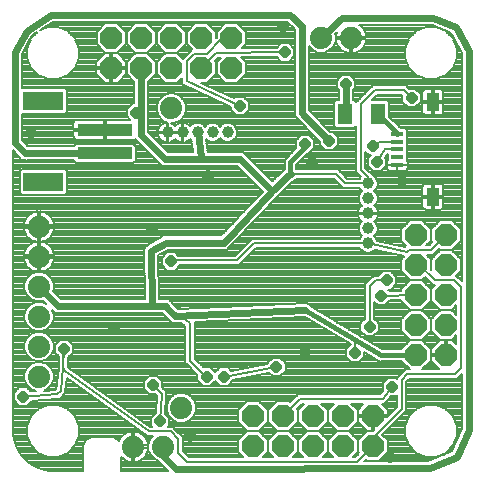
<source format=gbl>
G75*
%MOIN*%
%OFA0B0*%
%FSLAX25Y25*%
%IPPOS*%
%LPD*%
%AMOC8*
5,1,8,0,0,1.08239X$1,22.5*
%
%ADD10R,0.18110X0.03937*%
%ADD11R,0.13386X0.06299*%
%ADD12R,0.04134X0.01575*%
%ADD13R,0.04331X0.05906*%
%ADD14C,0.03937*%
%ADD15C,0.07400*%
%ADD16OC8,0.07400*%
%ADD17R,0.05000X0.07000*%
%ADD18C,0.00787*%
%ADD19OC8,0.03762*%
%ADD20C,0.01575*%
%ADD21C,0.02362*%
D10*
X0034894Y0110413D03*
X0034894Y0118287D03*
D11*
X0014422Y0127736D03*
X0014422Y0100965D03*
D12*
X0132414Y0106594D03*
X0132414Y0109154D03*
X0132414Y0111713D03*
X0132414Y0114272D03*
X0132414Y0116831D03*
D13*
X0144225Y0127461D03*
X0144225Y0095965D03*
D14*
X0122650Y0095413D03*
X0122650Y0090413D03*
X0122650Y0085413D03*
X0122650Y0080413D03*
X0122650Y0100413D03*
X0075800Y0117382D03*
X0070800Y0117382D03*
X0065800Y0117382D03*
X0060800Y0117382D03*
X0055800Y0117382D03*
D15*
X0057060Y0125492D03*
X0012926Y0086004D03*
X0012926Y0076004D03*
X0012926Y0066004D03*
X0012926Y0056004D03*
X0012926Y0046004D03*
X0012926Y0036004D03*
X0044265Y0012657D03*
X0054265Y0012657D03*
X0060367Y0025571D03*
X0107020Y0148878D03*
X0117020Y0148878D03*
D16*
X0077020Y0148878D03*
X0067020Y0148878D03*
X0057020Y0148878D03*
X0047020Y0148878D03*
X0037020Y0148878D03*
X0037020Y0138878D03*
X0047020Y0138878D03*
X0057020Y0138878D03*
X0067020Y0138878D03*
X0077020Y0138878D03*
X0138635Y0083169D03*
X0148635Y0083169D03*
X0148635Y0073169D03*
X0148635Y0063169D03*
X0138635Y0063169D03*
X0138635Y0073169D03*
X0138635Y0053169D03*
X0148635Y0053169D03*
X0148635Y0043169D03*
X0138635Y0043169D03*
X0124265Y0022894D03*
X0114265Y0022894D03*
X0114265Y0012894D03*
X0124265Y0012894D03*
X0104265Y0012894D03*
X0094265Y0012894D03*
X0084265Y0012894D03*
X0084265Y0022894D03*
X0094265Y0022894D03*
X0104265Y0022894D03*
D17*
X0114985Y0123563D03*
X0125985Y0123563D03*
D18*
X0027568Y0008433D02*
X0008473Y0008433D01*
X0007687Y0009219D02*
X0027568Y0009219D01*
X0027568Y0010005D02*
X0021043Y0010005D01*
X0022514Y0010614D02*
X0019358Y0009307D01*
X0015942Y0009307D01*
X0012786Y0010614D01*
X0010371Y0013030D01*
X0009064Y0016186D01*
X0009064Y0019602D01*
X0010371Y0022758D01*
X0012786Y0025173D01*
X0015942Y0026480D01*
X0019358Y0026480D01*
X0022514Y0025173D01*
X0024930Y0022758D01*
X0026237Y0019602D01*
X0026237Y0016186D01*
X0024930Y0013030D01*
X0022514Y0010614D01*
X0022691Y0010791D02*
X0027568Y0010791D01*
X0027568Y0011577D02*
X0023477Y0011577D01*
X0024263Y0012363D02*
X0027568Y0012363D01*
X0027568Y0013023D02*
X0027568Y0004508D01*
X0027565Y0004489D01*
X0027546Y0004455D01*
X0027512Y0004436D01*
X0027493Y0004433D01*
X0018044Y0004433D01*
X0016236Y0004552D01*
X0012742Y0005488D01*
X0009610Y0007296D01*
X0007053Y0009853D01*
X0005244Y0012986D01*
X0004308Y0016479D01*
X0004190Y0018287D01*
X0004190Y0111371D01*
X0005839Y0109515D01*
X0005839Y0109435D01*
X0006482Y0108792D01*
X0007086Y0108113D01*
X0007166Y0108108D01*
X0007223Y0108051D01*
X0008132Y0108051D01*
X0009040Y0107998D01*
X0009100Y0108051D01*
X0024658Y0108051D01*
X0024658Y0107956D01*
X0025350Y0107264D01*
X0044439Y0107264D01*
X0045131Y0107956D01*
X0045131Y0112871D01*
X0044439Y0113563D01*
X0025350Y0113563D01*
X0024658Y0112871D01*
X0024658Y0112776D01*
X0009262Y0112776D01*
X0007414Y0114855D01*
X0007414Y0123406D01*
X0021604Y0123406D01*
X0022296Y0124097D01*
X0022296Y0131375D01*
X0021604Y0132067D01*
X0007414Y0132067D01*
X0007414Y0143660D01*
X0010769Y0149698D01*
X0012364Y0150734D01*
X0010371Y0148742D01*
X0009064Y0145586D01*
X0009064Y0142170D01*
X0010371Y0139014D01*
X0012786Y0136599D01*
X0015942Y0135291D01*
X0019358Y0135291D01*
X0022514Y0136599D01*
X0024930Y0139014D01*
X0026237Y0142170D01*
X0026237Y0145586D01*
X0024930Y0148742D01*
X0022514Y0151157D01*
X0019358Y0152465D01*
X0015942Y0152465D01*
X0013414Y0151417D01*
X0017563Y0154114D01*
X0095644Y0154114D01*
X0098169Y0151716D01*
X0098359Y0124026D01*
X0098329Y0123094D01*
X0098365Y0123055D01*
X0098366Y0123001D01*
X0099030Y0122347D01*
X0106517Y0114360D01*
X0106517Y0113279D01*
X0108311Y0111485D01*
X0110848Y0111485D01*
X0112642Y0113279D01*
X0112642Y0115816D01*
X0110848Y0117609D01*
X0109947Y0117609D01*
X0103077Y0124937D01*
X0102932Y0146063D01*
X0104256Y0144740D01*
X0106050Y0143997D01*
X0107991Y0143997D01*
X0109785Y0144740D01*
X0111158Y0146113D01*
X0111902Y0147907D01*
X0111902Y0149849D01*
X0111735Y0150252D01*
X0112292Y0150809D01*
X0112052Y0150071D01*
X0111927Y0149279D01*
X0111927Y0149272D01*
X0116627Y0149272D01*
X0116627Y0148484D01*
X0117414Y0148484D01*
X0117414Y0143784D01*
X0117421Y0143784D01*
X0118213Y0143910D01*
X0118976Y0144157D01*
X0119690Y0144521D01*
X0120339Y0144993D01*
X0120906Y0145560D01*
X0121377Y0146208D01*
X0121741Y0146923D01*
X0121989Y0147685D01*
X0122114Y0148477D01*
X0122114Y0148484D01*
X0117414Y0148484D01*
X0117414Y0149272D01*
X0122114Y0149272D01*
X0122114Y0149279D01*
X0121989Y0150071D01*
X0121741Y0150833D01*
X0121377Y0151548D01*
X0120906Y0152196D01*
X0120339Y0152763D01*
X0119690Y0153234D01*
X0119509Y0153327D01*
X0143956Y0153327D01*
X0150395Y0150685D01*
X0153871Y0143899D01*
X0153871Y0067759D01*
X0152887Y0068743D01*
X0151999Y0069631D01*
X0153516Y0071147D01*
X0153516Y0075191D01*
X0150656Y0078050D01*
X0146613Y0078050D01*
X0143754Y0075191D01*
X0143754Y0071380D01*
X0143516Y0071618D01*
X0143516Y0075191D01*
X0142152Y0076555D01*
X0144248Y0076555D01*
X0146297Y0078604D01*
X0146613Y0078288D01*
X0150656Y0078288D01*
X0153516Y0081147D01*
X0153516Y0085191D01*
X0150656Y0088050D01*
X0146613Y0088050D01*
X0143754Y0085191D01*
X0143754Y0081147D01*
X0144070Y0080831D01*
X0142943Y0079705D01*
X0142073Y0079705D01*
X0143516Y0081147D01*
X0143516Y0085191D01*
X0140656Y0088050D01*
X0136613Y0088050D01*
X0133754Y0085191D01*
X0133754Y0081147D01*
X0135349Y0079552D01*
X0134988Y0079191D01*
X0125679Y0081333D01*
X0125320Y0082197D01*
X0124605Y0082913D01*
X0125320Y0083629D01*
X0125800Y0084787D01*
X0125800Y0086040D01*
X0125320Y0087197D01*
X0124747Y0087771D01*
X0124794Y0087802D01*
X0125262Y0088270D01*
X0125630Y0088821D01*
X0125883Y0089433D01*
X0126013Y0090082D01*
X0126013Y0090307D01*
X0122757Y0090307D01*
X0122757Y0090520D01*
X0126013Y0090520D01*
X0126013Y0090745D01*
X0125883Y0091394D01*
X0125630Y0092006D01*
X0125262Y0092557D01*
X0124794Y0093025D01*
X0124747Y0093056D01*
X0125320Y0093629D01*
X0125800Y0094787D01*
X0125800Y0096040D01*
X0125320Y0097197D01*
X0124605Y0097913D01*
X0125320Y0098629D01*
X0125800Y0099787D01*
X0125800Y0101040D01*
X0125320Y0102197D01*
X0124434Y0103083D01*
X0124127Y0103211D01*
X0121784Y0105554D01*
X0121784Y0111004D01*
X0122878Y0109910D01*
X0123643Y0109910D01*
X0122462Y0108729D01*
X0122462Y0106192D01*
X0124256Y0104398D01*
X0126793Y0104398D01*
X0128587Y0106192D01*
X0128587Y0108729D01*
X0128309Y0109007D01*
X0129022Y0110178D01*
X0129166Y0110171D01*
X0129166Y0108124D01*
X0129049Y0107920D01*
X0128954Y0107565D01*
X0128954Y0106595D01*
X0132414Y0106595D01*
X0132414Y0106594D01*
X0132414Y0106594D01*
X0132414Y0104413D01*
X0130164Y0104413D01*
X0129809Y0104508D01*
X0129491Y0104692D01*
X0129232Y0104951D01*
X0129049Y0105269D01*
X0128954Y0105624D01*
X0128954Y0106594D01*
X0132414Y0106594D01*
X0132414Y0104413D01*
X0134665Y0104413D01*
X0135019Y0104508D01*
X0135337Y0104692D01*
X0135596Y0104951D01*
X0135780Y0105269D01*
X0135875Y0105624D01*
X0135875Y0106594D01*
X0132414Y0106594D01*
X0132414Y0106595D01*
X0135875Y0106595D01*
X0135875Y0107565D01*
X0135780Y0107920D01*
X0135662Y0108124D01*
X0135662Y0110430D01*
X0135659Y0110433D01*
X0135662Y0110436D01*
X0135662Y0112989D01*
X0135659Y0112992D01*
X0135662Y0112995D01*
X0135662Y0115548D01*
X0135659Y0115551D01*
X0135662Y0115554D01*
X0135662Y0118107D01*
X0134970Y0118799D01*
X0133533Y0118799D01*
X0129666Y0122666D01*
X0129666Y0127552D01*
X0128974Y0128244D01*
X0123929Y0128244D01*
X0125586Y0129902D01*
X0133927Y0129902D01*
X0134076Y0129752D01*
X0134076Y0127649D01*
X0135870Y0125855D01*
X0138407Y0125855D01*
X0140201Y0127649D01*
X0140201Y0130186D01*
X0138407Y0131980D01*
X0136303Y0131980D01*
X0135232Y0133051D01*
X0124282Y0133051D01*
X0123359Y0132129D01*
X0118666Y0127436D01*
X0118666Y0127552D01*
X0117974Y0128244D01*
X0117657Y0128244D01*
X0117680Y0128605D01*
X0117763Y0128692D01*
X0117743Y0129565D01*
X0117799Y0130437D01*
X0117720Y0130528D01*
X0117696Y0131523D01*
X0118350Y0132176D01*
X0118350Y0134713D01*
X0116557Y0136507D01*
X0114020Y0136507D01*
X0112226Y0134713D01*
X0112226Y0132176D01*
X0112973Y0131430D01*
X0113015Y0129663D01*
X0112922Y0128244D01*
X0111996Y0128244D01*
X0111304Y0127552D01*
X0111304Y0119574D01*
X0111996Y0118882D01*
X0117974Y0118882D01*
X0118635Y0119542D01*
X0118635Y0104249D01*
X0119557Y0103327D01*
X0120333Y0102551D01*
X0119980Y0102197D01*
X0119894Y0101988D01*
X0115704Y0101988D01*
X0113517Y0104176D01*
X0112594Y0105098D01*
X0098753Y0105098D01*
X0098753Y0106645D01*
X0102521Y0110413D01*
X0102608Y0110501D01*
X0102974Y0110501D01*
X0104768Y0112295D01*
X0104768Y0114831D01*
X0102974Y0116625D01*
X0100437Y0116625D01*
X0098643Y0114831D01*
X0098643Y0112295D01*
X0098739Y0112199D01*
X0094816Y0108276D01*
X0094816Y0105093D01*
X0094225Y0104502D01*
X0090780Y0101057D01*
X0080834Y0111004D01*
X0069126Y0111004D01*
X0068505Y0115223D01*
X0069016Y0114712D01*
X0070173Y0114232D01*
X0071426Y0114232D01*
X0072584Y0114712D01*
X0073300Y0115428D01*
X0074016Y0114712D01*
X0075173Y0114232D01*
X0076426Y0114232D01*
X0077584Y0114712D01*
X0078470Y0115598D01*
X0078950Y0116755D01*
X0078950Y0118008D01*
X0078470Y0119166D01*
X0077584Y0120052D01*
X0076426Y0120531D01*
X0075173Y0120531D01*
X0074016Y0120052D01*
X0073300Y0119336D01*
X0072584Y0120052D01*
X0071426Y0120531D01*
X0070173Y0120531D01*
X0069016Y0120052D01*
X0068300Y0119336D01*
X0067584Y0120052D01*
X0066426Y0120531D01*
X0065173Y0120531D01*
X0064016Y0120052D01*
X0063443Y0119479D01*
X0063412Y0119525D01*
X0062943Y0119993D01*
X0062393Y0120361D01*
X0061781Y0120615D01*
X0061131Y0120744D01*
X0060906Y0120744D01*
X0060906Y0117488D01*
X0060694Y0117488D01*
X0060694Y0120744D01*
X0060469Y0120744D01*
X0059819Y0120615D01*
X0059207Y0120361D01*
X0058657Y0119993D01*
X0058300Y0119637D01*
X0057943Y0119993D01*
X0057393Y0120361D01*
X0056790Y0120611D01*
X0058031Y0120611D01*
X0059825Y0121354D01*
X0061198Y0122727D01*
X0061941Y0124521D01*
X0061941Y0126463D01*
X0061198Y0128257D01*
X0059825Y0129630D01*
X0058031Y0130373D01*
X0056089Y0130373D01*
X0054295Y0129630D01*
X0052922Y0128257D01*
X0052179Y0126463D01*
X0052179Y0124521D01*
X0052922Y0122727D01*
X0054295Y0121354D01*
X0055906Y0120687D01*
X0055906Y0117488D01*
X0055694Y0117488D01*
X0055694Y0120744D01*
X0055469Y0120744D01*
X0054819Y0120615D01*
X0054207Y0120361D01*
X0053657Y0119993D01*
X0053188Y0119525D01*
X0052820Y0118974D01*
X0052567Y0118363D01*
X0052438Y0117713D01*
X0052438Y0117488D01*
X0055694Y0117488D01*
X0055694Y0117276D01*
X0052438Y0117276D01*
X0052438Y0117051D01*
X0052567Y0116401D01*
X0052820Y0115789D01*
X0053188Y0115239D01*
X0053657Y0114770D01*
X0054207Y0114402D01*
X0054819Y0114149D01*
X0055469Y0114020D01*
X0055694Y0114020D01*
X0055694Y0117276D01*
X0055906Y0117276D01*
X0055906Y0117488D01*
X0059162Y0117488D01*
X0060694Y0117488D01*
X0060694Y0117276D01*
X0055906Y0117276D01*
X0055906Y0114020D01*
X0056131Y0114020D01*
X0056781Y0114149D01*
X0057393Y0114402D01*
X0057943Y0114770D01*
X0058300Y0115127D01*
X0058657Y0114770D01*
X0059207Y0114402D01*
X0059819Y0114149D01*
X0060469Y0114020D01*
X0060694Y0114020D01*
X0060694Y0117276D01*
X0060906Y0117276D01*
X0060906Y0114020D01*
X0061131Y0114020D01*
X0061781Y0114149D01*
X0062393Y0114402D01*
X0062943Y0114770D01*
X0063412Y0115239D01*
X0063443Y0115285D01*
X0063769Y0114959D01*
X0064350Y0111004D01*
X0055834Y0111004D01*
X0049383Y0117455D01*
X0049383Y0134337D01*
X0051902Y0136856D01*
X0051902Y0140900D01*
X0049042Y0143759D01*
X0044999Y0143759D01*
X0042139Y0140900D01*
X0042139Y0136856D01*
X0044658Y0134337D01*
X0044658Y0127058D01*
X0044138Y0127058D01*
X0042344Y0125264D01*
X0042344Y0122728D01*
X0043422Y0121650D01*
X0035288Y0121650D01*
X0035288Y0118681D01*
X0034501Y0118681D01*
X0034501Y0121650D01*
X0025656Y0121650D01*
X0025301Y0121555D01*
X0024984Y0121371D01*
X0024724Y0121112D01*
X0024541Y0120794D01*
X0024446Y0120439D01*
X0024446Y0118681D01*
X0034501Y0118681D01*
X0034501Y0117894D01*
X0024446Y0117894D01*
X0024446Y0116135D01*
X0024541Y0115781D01*
X0024724Y0115463D01*
X0024984Y0115204D01*
X0025301Y0115020D01*
X0025656Y0114925D01*
X0034501Y0114925D01*
X0034501Y0117894D01*
X0035288Y0117894D01*
X0035288Y0114925D01*
X0044133Y0114925D01*
X0044488Y0115020D01*
X0044805Y0115204D01*
X0044879Y0115277D01*
X0052493Y0107663D01*
X0053877Y0106280D01*
X0078877Y0106280D01*
X0087489Y0097668D01*
X0073717Y0083051D01*
X0055540Y0083051D01*
X0054872Y0083218D01*
X0054595Y0083051D01*
X0054270Y0083051D01*
X0053784Y0082565D01*
X0049650Y0080084D01*
X0049298Y0080077D01*
X0048840Y0079599D01*
X0048273Y0079258D01*
X0048188Y0078917D01*
X0047945Y0078663D01*
X0047959Y0078002D01*
X0047799Y0077360D01*
X0047980Y0077058D01*
X0048307Y0061988D01*
X0020282Y0061988D01*
X0017640Y0064630D01*
X0017807Y0065033D01*
X0017807Y0066975D01*
X0017064Y0068769D01*
X0015691Y0070142D01*
X0013897Y0070885D01*
X0011955Y0070885D01*
X0010161Y0070142D01*
X0008788Y0068769D01*
X0008045Y0066975D01*
X0008045Y0065033D01*
X0008788Y0063239D01*
X0010161Y0061866D01*
X0011955Y0061123D01*
X0013897Y0061123D01*
X0014300Y0061290D01*
X0015275Y0060314D01*
X0013897Y0060885D01*
X0011955Y0060885D01*
X0010161Y0060142D01*
X0008788Y0058769D01*
X0008045Y0056975D01*
X0008045Y0055033D01*
X0008788Y0053239D01*
X0010161Y0051866D01*
X0011955Y0051123D01*
X0013897Y0051123D01*
X0015691Y0051866D01*
X0017064Y0053239D01*
X0017807Y0055033D01*
X0017807Y0056975D01*
X0017236Y0058353D01*
X0018325Y0057264D01*
X0049773Y0057264D01*
X0049794Y0057243D01*
X0050696Y0057263D01*
X0054022Y0057118D01*
X0055883Y0055257D01*
X0055886Y0055195D01*
X0056569Y0054571D01*
X0057223Y0053917D01*
X0057285Y0053917D01*
X0057331Y0053875D01*
X0058255Y0053917D01*
X0059180Y0053917D01*
X0059224Y0053961D01*
X0060190Y0054005D01*
X0061745Y0052905D01*
X0061745Y0040667D01*
X0062667Y0039744D01*
X0065769Y0036642D01*
X0065769Y0034736D01*
X0067563Y0032942D01*
X0070100Y0032942D01*
X0071686Y0034528D01*
X0073272Y0032942D01*
X0075809Y0032942D01*
X0077602Y0034736D01*
X0077602Y0034954D01*
X0089745Y0037137D01*
X0090791Y0036091D01*
X0093328Y0036091D01*
X0095122Y0037885D01*
X0095122Y0040422D01*
X0093328Y0042216D01*
X0090791Y0042216D01*
X0088998Y0040422D01*
X0088998Y0040203D01*
X0076855Y0038020D01*
X0075809Y0039066D01*
X0073272Y0039066D01*
X0071686Y0037480D01*
X0070100Y0039066D01*
X0067800Y0039066D01*
X0064894Y0041971D01*
X0064894Y0053220D01*
X0064982Y0053344D01*
X0064894Y0053854D01*
X0064894Y0054219D01*
X0101621Y0055888D01*
X0116793Y0046832D01*
X0116790Y0046757D01*
X0115179Y0045146D01*
X0115179Y0042610D01*
X0116973Y0040816D01*
X0119509Y0040816D01*
X0121303Y0042610D01*
X0121303Y0044140D01*
X0125691Y0041521D01*
X0126105Y0041115D01*
X0126368Y0041117D01*
X0126594Y0040982D01*
X0127156Y0041124D01*
X0133754Y0041185D01*
X0133754Y0041147D01*
X0136535Y0038366D01*
X0135108Y0038366D01*
X0134186Y0037444D01*
X0132217Y0035475D01*
X0132217Y0035216D01*
X0131911Y0035523D01*
X0129374Y0035523D01*
X0127580Y0033729D01*
X0127580Y0031192D01*
X0127597Y0031175D01*
X0126736Y0030098D01*
X0099242Y0030098D01*
X0098320Y0029176D01*
X0096602Y0027459D01*
X0096286Y0027775D01*
X0092243Y0027775D01*
X0089383Y0024916D01*
X0089383Y0020872D01*
X0092243Y0018013D01*
X0096286Y0018013D01*
X0099146Y0020872D01*
X0099146Y0024916D01*
X0098830Y0025232D01*
X0100547Y0026949D01*
X0101417Y0026949D01*
X0099383Y0024916D01*
X0099383Y0020872D01*
X0102243Y0018013D01*
X0106286Y0018013D01*
X0109146Y0020872D01*
X0109146Y0024916D01*
X0107112Y0026949D01*
X0111417Y0026949D01*
X0109383Y0024916D01*
X0109383Y0020872D01*
X0112243Y0018013D01*
X0116286Y0018013D01*
X0119146Y0020872D01*
X0119146Y0024916D01*
X0117112Y0026949D01*
X0121116Y0026949D01*
X0119171Y0025004D01*
X0119171Y0023287D01*
X0123871Y0023287D01*
X0123871Y0022500D01*
X0124658Y0022500D01*
X0124658Y0018270D01*
X0124163Y0017775D01*
X0122243Y0017775D01*
X0119383Y0014916D01*
X0119383Y0010872D01*
X0119700Y0010556D01*
X0118376Y0009232D01*
X0117506Y0009232D01*
X0119146Y0010872D01*
X0119146Y0014916D01*
X0116286Y0017775D01*
X0112243Y0017775D01*
X0109383Y0014916D01*
X0109383Y0010872D01*
X0111023Y0009232D01*
X0107506Y0009232D01*
X0109146Y0010872D01*
X0109146Y0014916D01*
X0106286Y0017775D01*
X0102243Y0017775D01*
X0099383Y0014916D01*
X0099383Y0010872D01*
X0101023Y0009232D01*
X0097506Y0009232D01*
X0099146Y0010872D01*
X0099146Y0014916D01*
X0096286Y0017775D01*
X0092243Y0017775D01*
X0089383Y0014916D01*
X0089383Y0010872D01*
X0091023Y0009232D01*
X0087506Y0009232D01*
X0089146Y0010872D01*
X0089146Y0014916D01*
X0086286Y0017775D01*
X0082243Y0017775D01*
X0079383Y0014916D01*
X0079383Y0010872D01*
X0081023Y0009232D01*
X0062988Y0009232D01*
X0060957Y0011263D01*
X0060957Y0015790D01*
X0058398Y0018349D01*
X0057476Y0019272D01*
X0055839Y0019272D01*
X0056343Y0019775D01*
X0056343Y0022312D01*
X0055023Y0023631D01*
X0055405Y0029602D01*
X0055446Y0029643D01*
X0055446Y0030245D01*
X0055484Y0030846D01*
X0055446Y0030890D01*
X0055446Y0030948D01*
X0055020Y0031373D01*
X0054622Y0031825D01*
X0054564Y0031829D01*
X0053980Y0032413D01*
X0053980Y0034516D01*
X0052187Y0036310D01*
X0049650Y0036310D01*
X0047856Y0034516D01*
X0047856Y0031980D01*
X0049650Y0030186D01*
X0051753Y0030186D01*
X0052254Y0029685D01*
X0051890Y0023984D01*
X0050218Y0022312D01*
X0050218Y0019775D01*
X0050721Y0019272D01*
X0050048Y0019272D01*
X0022802Y0038875D01*
X0022679Y0039245D01*
X0022713Y0039549D01*
X0022668Y0039605D01*
X0022757Y0042410D01*
X0024335Y0043987D01*
X0024335Y0046524D01*
X0022541Y0048318D01*
X0020004Y0048318D01*
X0018210Y0046524D01*
X0018210Y0043987D01*
X0019501Y0042697D01*
X0019501Y0039447D01*
X0019375Y0039196D01*
X0019472Y0038905D01*
X0018705Y0032002D01*
X0018332Y0031629D01*
X0014477Y0031363D01*
X0015691Y0031866D01*
X0017064Y0033239D01*
X0017807Y0035033D01*
X0017807Y0036975D01*
X0017064Y0038769D01*
X0015691Y0040142D01*
X0013897Y0040885D01*
X0011955Y0040885D01*
X0010161Y0040142D01*
X0008788Y0038769D01*
X0008045Y0036975D01*
X0008045Y0035033D01*
X0008788Y0033239D01*
X0010161Y0031866D01*
X0011818Y0031180D01*
X0010186Y0031067D01*
X0008879Y0032373D01*
X0006343Y0032373D01*
X0004549Y0030579D01*
X0004549Y0028043D01*
X0006343Y0026249D01*
X0008879Y0026249D01*
X0010567Y0027936D01*
X0019083Y0028524D01*
X0019681Y0028524D01*
X0019725Y0028568D01*
X0019787Y0028572D01*
X0020180Y0029023D01*
X0021261Y0030104D01*
X0021703Y0030457D01*
X0021714Y0030557D01*
X0021784Y0030627D01*
X0021784Y0031192D01*
X0022251Y0035391D01*
X0048517Y0016493D01*
X0048888Y0016122D01*
X0049033Y0016122D01*
X0049150Y0016038D01*
X0049668Y0016122D01*
X0050826Y0016122D01*
X0050127Y0015422D01*
X0049383Y0013628D01*
X0049383Y0011687D01*
X0050127Y0009893D01*
X0051500Y0008519D01*
X0052406Y0008144D01*
X0053286Y0007264D01*
X0056117Y0004433D01*
X0040485Y0004433D01*
X0040466Y0004436D01*
X0040432Y0004455D01*
X0040413Y0004489D01*
X0040410Y0004508D01*
X0040410Y0009308D01*
X0040946Y0008772D01*
X0041595Y0008301D01*
X0042309Y0007937D01*
X0043072Y0007689D01*
X0043864Y0007564D01*
X0043871Y0007564D01*
X0043871Y0012264D01*
X0044658Y0012264D01*
X0044658Y0007564D01*
X0044665Y0007564D01*
X0045457Y0007689D01*
X0046220Y0007937D01*
X0046934Y0008301D01*
X0047583Y0008772D01*
X0048150Y0009339D01*
X0048621Y0009988D01*
X0048985Y0010702D01*
X0049233Y0011465D01*
X0049358Y0012257D01*
X0049358Y0012264D01*
X0044658Y0012264D01*
X0044658Y0013051D01*
X0043871Y0013051D01*
X0043871Y0017751D01*
X0043864Y0017751D01*
X0043072Y0017626D01*
X0042309Y0017378D01*
X0041595Y0017014D01*
X0040946Y0016543D01*
X0040379Y0015976D01*
X0039908Y0015327D01*
X0039544Y0014613D01*
X0039525Y0014556D01*
X0039375Y0014816D01*
X0037583Y0015850D01*
X0030395Y0015850D01*
X0028603Y0014816D01*
X0028603Y0014816D01*
X0028603Y0014816D01*
X0027568Y0013023D01*
X0027640Y0013148D02*
X0024979Y0013148D01*
X0025304Y0013934D02*
X0028094Y0013934D01*
X0028548Y0014720D02*
X0025630Y0014720D01*
X0025956Y0015506D02*
X0029799Y0015506D01*
X0026237Y0016292D02*
X0040696Y0016292D01*
X0040038Y0015506D02*
X0038179Y0015506D01*
X0039375Y0014816D02*
X0039375Y0014816D01*
X0039375Y0014816D01*
X0039430Y0014720D02*
X0039599Y0014720D01*
X0041721Y0017078D02*
X0026237Y0017078D01*
X0026237Y0017864D02*
X0046612Y0017864D01*
X0046220Y0017378D02*
X0045457Y0017626D01*
X0044665Y0017751D01*
X0044658Y0017751D01*
X0044658Y0013051D01*
X0049358Y0013051D01*
X0049358Y0013058D01*
X0049233Y0013850D01*
X0048985Y0014613D01*
X0048621Y0015327D01*
X0048150Y0015976D01*
X0047583Y0016543D01*
X0046934Y0017014D01*
X0046220Y0017378D01*
X0046809Y0017078D02*
X0047704Y0017078D01*
X0047834Y0016292D02*
X0048718Y0016292D01*
X0048491Y0015506D02*
X0050210Y0015506D01*
X0049836Y0014720D02*
X0048930Y0014720D01*
X0049206Y0013934D02*
X0049510Y0013934D01*
X0049383Y0013148D02*
X0049344Y0013148D01*
X0049383Y0012363D02*
X0044658Y0012363D01*
X0044658Y0013148D02*
X0043871Y0013148D01*
X0043871Y0013934D02*
X0044658Y0013934D01*
X0044658Y0014720D02*
X0043871Y0014720D01*
X0043871Y0015506D02*
X0044658Y0015506D01*
X0044658Y0016292D02*
X0043871Y0016292D01*
X0043871Y0017078D02*
X0044658Y0017078D01*
X0045519Y0018650D02*
X0026237Y0018650D01*
X0026237Y0019436D02*
X0044427Y0019436D01*
X0043335Y0020222D02*
X0025980Y0020222D01*
X0025655Y0021008D02*
X0042242Y0021008D01*
X0041150Y0021793D02*
X0025329Y0021793D01*
X0025004Y0022579D02*
X0040058Y0022579D01*
X0038965Y0023365D02*
X0024322Y0023365D01*
X0023536Y0024151D02*
X0037873Y0024151D01*
X0036781Y0024937D02*
X0022750Y0024937D01*
X0021187Y0025723D02*
X0035688Y0025723D01*
X0034596Y0026509D02*
X0009140Y0026509D01*
X0009925Y0027295D02*
X0033504Y0027295D01*
X0032411Y0028081D02*
X0012661Y0028081D01*
X0014114Y0025723D02*
X0004190Y0025723D01*
X0004190Y0024937D02*
X0012551Y0024937D01*
X0011765Y0024151D02*
X0004190Y0024151D01*
X0004190Y0023365D02*
X0010979Y0023365D01*
X0010297Y0022579D02*
X0004190Y0022579D01*
X0004190Y0021793D02*
X0009972Y0021793D01*
X0009646Y0021008D02*
X0004190Y0021008D01*
X0004190Y0020222D02*
X0009321Y0020222D01*
X0009064Y0019436D02*
X0004190Y0019436D01*
X0004190Y0018650D02*
X0009064Y0018650D01*
X0009064Y0017864D02*
X0004218Y0017864D01*
X0004269Y0017078D02*
X0009064Y0017078D01*
X0009064Y0016292D02*
X0004358Y0016292D01*
X0004569Y0015506D02*
X0009345Y0015506D01*
X0009671Y0014720D02*
X0004780Y0014720D01*
X0004990Y0013934D02*
X0009996Y0013934D01*
X0010322Y0013148D02*
X0005201Y0013148D01*
X0005604Y0012363D02*
X0011038Y0012363D01*
X0011824Y0011577D02*
X0006058Y0011577D01*
X0006512Y0010791D02*
X0012610Y0010791D01*
X0014258Y0010005D02*
X0006965Y0010005D01*
X0009259Y0007647D02*
X0027568Y0007647D01*
X0027568Y0006861D02*
X0010363Y0006861D01*
X0011725Y0006075D02*
X0027568Y0006075D01*
X0027568Y0005289D02*
X0013482Y0005289D01*
X0016971Y0004503D02*
X0027567Y0004503D01*
X0040411Y0004503D02*
X0056046Y0004503D01*
X0055261Y0005289D02*
X0040410Y0005289D01*
X0040410Y0006075D02*
X0054475Y0006075D01*
X0053689Y0006861D02*
X0040410Y0006861D01*
X0040410Y0007647D02*
X0043338Y0007647D01*
X0043871Y0007647D02*
X0044658Y0007647D01*
X0045191Y0007647D02*
X0052903Y0007647D01*
X0051708Y0008433D02*
X0047116Y0008433D01*
X0048030Y0009219D02*
X0050800Y0009219D01*
X0050080Y0010005D02*
X0048630Y0010005D01*
X0049014Y0010791D02*
X0049755Y0010791D01*
X0049429Y0011577D02*
X0049251Y0011577D01*
X0044658Y0011577D02*
X0043871Y0011577D01*
X0043871Y0010791D02*
X0044658Y0010791D01*
X0044658Y0010005D02*
X0043871Y0010005D01*
X0043871Y0009219D02*
X0044658Y0009219D01*
X0044658Y0008433D02*
X0043871Y0008433D01*
X0041413Y0008433D02*
X0040410Y0008433D01*
X0040410Y0009219D02*
X0040500Y0009219D01*
X0049540Y0017697D02*
X0021469Y0037894D01*
X0021076Y0039075D01*
X0021272Y0045256D01*
X0021076Y0044469D01*
X0021076Y0039075D01*
X0020209Y0031280D01*
X0019028Y0030098D01*
X0007611Y0029311D01*
X0005194Y0031224D02*
X0004190Y0031224D01*
X0004190Y0030439D02*
X0004549Y0030439D01*
X0004549Y0029653D02*
X0004190Y0029653D01*
X0004190Y0028867D02*
X0004549Y0028867D01*
X0004549Y0028081D02*
X0004190Y0028081D01*
X0004190Y0027295D02*
X0005297Y0027295D01*
X0006082Y0026509D02*
X0004190Y0026509D01*
X0004190Y0032010D02*
X0005980Y0032010D01*
X0004190Y0032796D02*
X0009231Y0032796D01*
X0009242Y0032010D02*
X0010017Y0032010D01*
X0010028Y0031224D02*
X0011710Y0031224D01*
X0008646Y0033582D02*
X0004190Y0033582D01*
X0004190Y0034368D02*
X0008320Y0034368D01*
X0008045Y0035154D02*
X0004190Y0035154D01*
X0004190Y0035940D02*
X0008045Y0035940D01*
X0008045Y0036726D02*
X0004190Y0036726D01*
X0004190Y0037512D02*
X0008267Y0037512D01*
X0008593Y0038298D02*
X0004190Y0038298D01*
X0004190Y0039084D02*
X0009103Y0039084D01*
X0009889Y0039869D02*
X0004190Y0039869D01*
X0004190Y0040655D02*
X0011401Y0040655D01*
X0011955Y0041123D02*
X0013897Y0041123D01*
X0015691Y0041866D01*
X0017064Y0043239D01*
X0017807Y0045033D01*
X0017807Y0046975D01*
X0017064Y0048769D01*
X0015691Y0050142D01*
X0013897Y0050885D01*
X0011955Y0050885D01*
X0010161Y0050142D01*
X0008788Y0048769D01*
X0008045Y0046975D01*
X0008045Y0045033D01*
X0008788Y0043239D01*
X0010161Y0041866D01*
X0011955Y0041123D01*
X0011186Y0041441D02*
X0004190Y0041441D01*
X0004190Y0042227D02*
X0009800Y0042227D01*
X0009014Y0043013D02*
X0004190Y0043013D01*
X0004190Y0043799D02*
X0008556Y0043799D01*
X0008230Y0044585D02*
X0004190Y0044585D01*
X0004190Y0045371D02*
X0008045Y0045371D01*
X0008045Y0046157D02*
X0004190Y0046157D01*
X0004190Y0046943D02*
X0008045Y0046943D01*
X0008357Y0047729D02*
X0004190Y0047729D01*
X0004190Y0048515D02*
X0008683Y0048515D01*
X0009320Y0049300D02*
X0004190Y0049300D01*
X0004190Y0050086D02*
X0010105Y0050086D01*
X0010663Y0051658D02*
X0004190Y0051658D01*
X0004190Y0050872D02*
X0011924Y0050872D01*
X0013928Y0050872D02*
X0061745Y0050872D01*
X0061745Y0050086D02*
X0015746Y0050086D01*
X0016532Y0049300D02*
X0061745Y0049300D01*
X0061745Y0048515D02*
X0017169Y0048515D01*
X0017495Y0047729D02*
X0019415Y0047729D01*
X0018629Y0046943D02*
X0017807Y0046943D01*
X0017807Y0046157D02*
X0018210Y0046157D01*
X0018210Y0045371D02*
X0017807Y0045371D01*
X0017621Y0044585D02*
X0018210Y0044585D01*
X0018399Y0043799D02*
X0017296Y0043799D01*
X0016838Y0043013D02*
X0019185Y0043013D01*
X0019501Y0042227D02*
X0016052Y0042227D01*
X0014666Y0041441D02*
X0019501Y0041441D01*
X0019501Y0040655D02*
X0014451Y0040655D01*
X0015963Y0039869D02*
X0019501Y0039869D01*
X0019413Y0039084D02*
X0016749Y0039084D01*
X0017259Y0038298D02*
X0019405Y0038298D01*
X0019317Y0037512D02*
X0017585Y0037512D01*
X0017807Y0036726D02*
X0019230Y0036726D01*
X0019143Y0035940D02*
X0017807Y0035940D01*
X0017807Y0035154D02*
X0019055Y0035154D01*
X0018968Y0034368D02*
X0017532Y0034368D01*
X0017206Y0033582D02*
X0018881Y0033582D01*
X0018794Y0032796D02*
X0016621Y0032796D01*
X0015835Y0032010D02*
X0018706Y0032010D01*
X0020810Y0029653D02*
X0030227Y0029653D01*
X0029135Y0030439D02*
X0021679Y0030439D01*
X0021788Y0031224D02*
X0028042Y0031224D01*
X0026950Y0032010D02*
X0021875Y0032010D01*
X0021962Y0032796D02*
X0025858Y0032796D01*
X0024765Y0033582D02*
X0022050Y0033582D01*
X0022137Y0034368D02*
X0023673Y0034368D01*
X0022581Y0035154D02*
X0022224Y0035154D01*
X0024697Y0037512D02*
X0064900Y0037512D01*
X0065686Y0036726D02*
X0025789Y0036726D01*
X0026881Y0035940D02*
X0049279Y0035940D01*
X0048493Y0035154D02*
X0027973Y0035154D01*
X0029066Y0034368D02*
X0047856Y0034368D01*
X0047856Y0033582D02*
X0030158Y0033582D01*
X0031250Y0032796D02*
X0047856Y0032796D01*
X0047856Y0032010D02*
X0032343Y0032010D01*
X0033435Y0031224D02*
X0048611Y0031224D01*
X0049397Y0030439D02*
X0034527Y0030439D01*
X0035620Y0029653D02*
X0052252Y0029653D01*
X0052202Y0028867D02*
X0036712Y0028867D01*
X0037804Y0028081D02*
X0052152Y0028081D01*
X0052101Y0027295D02*
X0038897Y0027295D01*
X0039989Y0026509D02*
X0052051Y0026509D01*
X0052001Y0025723D02*
X0041081Y0025723D01*
X0042174Y0024937D02*
X0051951Y0024937D01*
X0051901Y0024151D02*
X0043266Y0024151D01*
X0044358Y0023365D02*
X0051272Y0023365D01*
X0050486Y0022579D02*
X0045450Y0022579D01*
X0046543Y0021793D02*
X0050218Y0021793D01*
X0050218Y0021008D02*
X0047635Y0021008D01*
X0048727Y0020222D02*
X0050218Y0020222D01*
X0050557Y0019436D02*
X0049820Y0019436D01*
X0049540Y0017697D02*
X0056824Y0017697D01*
X0059383Y0015138D01*
X0059383Y0010610D01*
X0062335Y0007657D01*
X0119028Y0007657D01*
X0124265Y0012894D01*
X0124265Y0015650D01*
X0133792Y0025177D01*
X0133792Y0034823D01*
X0135761Y0036791D01*
X0151509Y0036791D01*
X0153674Y0038957D01*
X0153674Y0065728D01*
X0151312Y0068091D01*
X0144816Y0068091D01*
X0139737Y0073169D01*
X0138635Y0073169D01*
X0135167Y0069734D02*
X0131558Y0069734D01*
X0131933Y0069359D02*
X0130139Y0071153D01*
X0127602Y0071153D01*
X0126115Y0069665D01*
X0124478Y0069665D01*
X0123556Y0068743D01*
X0121587Y0066774D01*
X0121587Y0055295D01*
X0120100Y0053808D01*
X0120100Y0051271D01*
X0121894Y0049477D01*
X0124431Y0049477D01*
X0126224Y0051271D01*
X0126224Y0053808D01*
X0124737Y0055295D01*
X0124737Y0061004D01*
X0125831Y0059910D01*
X0128368Y0059910D01*
X0129903Y0061445D01*
X0133754Y0061511D01*
X0133754Y0061147D01*
X0136613Y0058288D01*
X0140656Y0058288D01*
X0143516Y0061147D01*
X0143516Y0065191D01*
X0140656Y0068050D01*
X0136613Y0068050D01*
X0133754Y0065191D01*
X0133754Y0064661D01*
X0129809Y0064594D01*
X0129374Y0065028D01*
X0130139Y0065028D01*
X0131933Y0066822D01*
X0131933Y0069359D01*
X0131933Y0068948D02*
X0135953Y0068948D01*
X0136613Y0068288D02*
X0140656Y0068288D01*
X0141524Y0069155D01*
X0144163Y0066516D01*
X0145078Y0066516D01*
X0143754Y0065191D01*
X0143754Y0061147D01*
X0146613Y0058288D01*
X0150656Y0058288D01*
X0152099Y0059731D01*
X0152099Y0056608D01*
X0150656Y0058050D01*
X0146613Y0058050D01*
X0143754Y0055191D01*
X0143754Y0051147D01*
X0146613Y0048288D01*
X0150656Y0048288D01*
X0152099Y0049731D01*
X0152099Y0046908D01*
X0150745Y0048263D01*
X0149028Y0048263D01*
X0149028Y0043563D01*
X0148241Y0043563D01*
X0148241Y0048263D01*
X0146525Y0048263D01*
X0143541Y0045279D01*
X0143541Y0043563D01*
X0148241Y0043563D01*
X0148241Y0042776D01*
X0143541Y0042776D01*
X0143541Y0041059D01*
X0146234Y0038366D01*
X0140734Y0038366D01*
X0143516Y0041147D01*
X0143516Y0045191D01*
X0140656Y0048050D01*
X0136613Y0048050D01*
X0133754Y0045191D01*
X0133754Y0045122D01*
X0127437Y0045064D01*
X0103832Y0059154D01*
X0103824Y0059333D01*
X0102379Y0060652D01*
X0059135Y0058687D01*
X0057646Y0060176D01*
X0057651Y0060304D01*
X0057330Y0060654D01*
X0057180Y0061104D01*
X0056695Y0061347D01*
X0056329Y0061747D01*
X0056064Y0061758D01*
X0055834Y0061988D01*
X0055413Y0061988D01*
X0055036Y0062176D01*
X0054472Y0061988D01*
X0053033Y0061988D01*
X0052719Y0076416D01*
X0055903Y0078327D01*
X0073799Y0078327D01*
X0073829Y0078299D01*
X0074772Y0078327D01*
X0075715Y0078327D01*
X0075744Y0078356D01*
X0075785Y0078357D01*
X0076432Y0079043D01*
X0077099Y0079711D01*
X0077099Y0079751D01*
X0092475Y0096071D01*
X0097566Y0101161D01*
X0097795Y0101161D01*
X0098582Y0101949D01*
X0111289Y0101949D01*
X0114400Y0098839D01*
X0119894Y0098839D01*
X0119980Y0098629D01*
X0120696Y0097913D01*
X0119980Y0097197D01*
X0119501Y0096040D01*
X0119501Y0094787D01*
X0119980Y0093629D01*
X0120554Y0093056D01*
X0120507Y0093025D01*
X0120039Y0092557D01*
X0119671Y0092006D01*
X0119417Y0091394D01*
X0119288Y0090745D01*
X0119288Y0090520D01*
X0122544Y0090520D01*
X0122544Y0090307D01*
X0119288Y0090307D01*
X0119288Y0090082D01*
X0119417Y0089433D01*
X0119671Y0088821D01*
X0120039Y0088270D01*
X0120507Y0087802D01*
X0120554Y0087771D01*
X0119980Y0087197D01*
X0119501Y0086040D01*
X0119501Y0084787D01*
X0119980Y0083629D01*
X0120696Y0082913D01*
X0119980Y0082197D01*
X0119894Y0081988D01*
X0084045Y0081988D01*
X0078415Y0076358D01*
X0059383Y0076358D01*
X0058289Y0077452D01*
X0055752Y0077452D01*
X0053958Y0075658D01*
X0053958Y0073121D01*
X0055752Y0071328D01*
X0058289Y0071328D01*
X0060083Y0073121D01*
X0060083Y0073209D01*
X0079720Y0073209D01*
X0080643Y0074131D01*
X0085350Y0078839D01*
X0119894Y0078839D01*
X0119980Y0078629D01*
X0120866Y0077743D01*
X0122024Y0077264D01*
X0123277Y0077264D01*
X0124434Y0077743D01*
X0124958Y0078267D01*
X0134609Y0076046D01*
X0133754Y0075191D01*
X0133754Y0071147D01*
X0136613Y0068288D01*
X0135939Y0067376D02*
X0131933Y0067376D01*
X0131933Y0068162D02*
X0142517Y0068162D01*
X0143303Y0067376D02*
X0141330Y0067376D01*
X0142116Y0066591D02*
X0144089Y0066591D01*
X0144367Y0065805D02*
X0142902Y0065805D01*
X0143516Y0065019D02*
X0143754Y0065019D01*
X0143754Y0064233D02*
X0143516Y0064233D01*
X0143516Y0063447D02*
X0143754Y0063447D01*
X0143754Y0062661D02*
X0143516Y0062661D01*
X0143516Y0061875D02*
X0143754Y0061875D01*
X0143812Y0061089D02*
X0143457Y0061089D01*
X0142671Y0060303D02*
X0144598Y0060303D01*
X0145384Y0059517D02*
X0141886Y0059517D01*
X0141100Y0058731D02*
X0146170Y0058731D01*
X0146508Y0057945D02*
X0140761Y0057945D01*
X0140656Y0058050D02*
X0136613Y0058050D01*
X0133754Y0055191D01*
X0133754Y0051147D01*
X0136613Y0048288D01*
X0140656Y0048288D01*
X0143516Y0051147D01*
X0143516Y0055191D01*
X0140656Y0058050D01*
X0141547Y0057160D02*
X0145722Y0057160D01*
X0144936Y0056374D02*
X0142333Y0056374D01*
X0143119Y0055588D02*
X0144150Y0055588D01*
X0143754Y0054802D02*
X0143516Y0054802D01*
X0143516Y0054016D02*
X0143754Y0054016D01*
X0143754Y0053230D02*
X0143516Y0053230D01*
X0143516Y0052444D02*
X0143754Y0052444D01*
X0143754Y0051658D02*
X0143516Y0051658D01*
X0143241Y0050872D02*
X0144029Y0050872D01*
X0144815Y0050086D02*
X0142455Y0050086D01*
X0141669Y0049300D02*
X0145601Y0049300D01*
X0146386Y0048515D02*
X0140883Y0048515D01*
X0140978Y0047729D02*
X0145990Y0047729D01*
X0145204Y0046943D02*
X0141764Y0046943D01*
X0142550Y0046157D02*
X0144419Y0046157D01*
X0143633Y0045371D02*
X0143336Y0045371D01*
X0143516Y0044585D02*
X0143541Y0044585D01*
X0143516Y0043799D02*
X0143541Y0043799D01*
X0143516Y0043013D02*
X0148241Y0043013D01*
X0148241Y0043799D02*
X0149028Y0043799D01*
X0149028Y0044585D02*
X0148241Y0044585D01*
X0148241Y0045371D02*
X0149028Y0045371D01*
X0149028Y0046157D02*
X0148241Y0046157D01*
X0148241Y0046943D02*
X0149028Y0046943D01*
X0149028Y0047729D02*
X0148241Y0047729D01*
X0150883Y0048515D02*
X0152099Y0048515D01*
X0152099Y0049300D02*
X0151669Y0049300D01*
X0151279Y0047729D02*
X0152099Y0047729D01*
X0152065Y0046943D02*
X0152099Y0046943D01*
X0143541Y0042227D02*
X0143516Y0042227D01*
X0143516Y0041441D02*
X0143541Y0041441D01*
X0143945Y0040655D02*
X0143024Y0040655D01*
X0142238Y0039869D02*
X0144731Y0039869D01*
X0145517Y0039084D02*
X0141452Y0039084D01*
X0135817Y0039084D02*
X0095122Y0039084D01*
X0095122Y0039869D02*
X0135032Y0039869D01*
X0134246Y0040655D02*
X0094889Y0040655D01*
X0094103Y0041441D02*
X0116347Y0041441D01*
X0115561Y0042227D02*
X0064894Y0042227D01*
X0064894Y0043013D02*
X0115179Y0043013D01*
X0115179Y0043799D02*
X0064894Y0043799D01*
X0064894Y0044585D02*
X0115179Y0044585D01*
X0115403Y0045371D02*
X0064894Y0045371D01*
X0064894Y0046157D02*
X0116189Y0046157D01*
X0116608Y0046943D02*
X0064894Y0046943D01*
X0064894Y0047729D02*
X0115291Y0047729D01*
X0113975Y0048515D02*
X0064894Y0048515D01*
X0064894Y0049300D02*
X0112658Y0049300D01*
X0111341Y0050086D02*
X0064894Y0050086D01*
X0064894Y0050872D02*
X0110025Y0050872D01*
X0108708Y0051658D02*
X0064894Y0051658D01*
X0064894Y0052444D02*
X0107391Y0052444D01*
X0106075Y0053230D02*
X0064902Y0053230D01*
X0064894Y0054016D02*
X0104758Y0054016D01*
X0103441Y0054802D02*
X0077714Y0054802D01*
X0077411Y0059517D02*
X0058304Y0059517D01*
X0057651Y0060303D02*
X0094701Y0060303D01*
X0095004Y0055588D02*
X0102125Y0055588D01*
X0101509Y0058248D02*
X0118438Y0048406D01*
X0118241Y0043878D01*
X0121303Y0043799D02*
X0121875Y0043799D01*
X0121303Y0043013D02*
X0123191Y0043013D01*
X0124508Y0042227D02*
X0120921Y0042227D01*
X0120135Y0041441D02*
X0125772Y0041441D01*
X0126923Y0045371D02*
X0133933Y0045371D01*
X0134719Y0046157D02*
X0125606Y0046157D01*
X0124289Y0046943D02*
X0135505Y0046943D01*
X0136291Y0047729D02*
X0122973Y0047729D01*
X0121656Y0048515D02*
X0136386Y0048515D01*
X0135601Y0049300D02*
X0120339Y0049300D01*
X0121285Y0050086D02*
X0119023Y0050086D01*
X0117706Y0050872D02*
X0120499Y0050872D01*
X0120100Y0051658D02*
X0116389Y0051658D01*
X0115073Y0052444D02*
X0120100Y0052444D01*
X0120100Y0053230D02*
X0113756Y0053230D01*
X0112439Y0054016D02*
X0120308Y0054016D01*
X0121094Y0054802D02*
X0111123Y0054802D01*
X0109806Y0055588D02*
X0121587Y0055588D01*
X0121587Y0056374D02*
X0108490Y0056374D01*
X0107173Y0057160D02*
X0121587Y0057160D01*
X0121587Y0057945D02*
X0105856Y0057945D01*
X0104540Y0058731D02*
X0121587Y0058731D01*
X0121587Y0059517D02*
X0103622Y0059517D01*
X0102761Y0060303D02*
X0121587Y0060303D01*
X0121587Y0061089D02*
X0057185Y0061089D01*
X0055947Y0061875D02*
X0121587Y0061875D01*
X0121587Y0062661D02*
X0053018Y0062661D01*
X0053001Y0063447D02*
X0121587Y0063447D01*
X0121587Y0064233D02*
X0052984Y0064233D01*
X0052967Y0065019D02*
X0121587Y0065019D01*
X0121587Y0065805D02*
X0052950Y0065805D01*
X0052933Y0066591D02*
X0121587Y0066591D01*
X0122189Y0067376D02*
X0052916Y0067376D01*
X0052898Y0068162D02*
X0122975Y0068162D01*
X0123761Y0068948D02*
X0052881Y0068948D01*
X0052864Y0069734D02*
X0126184Y0069734D01*
X0126970Y0070520D02*
X0052847Y0070520D01*
X0052830Y0071306D02*
X0133754Y0071306D01*
X0133754Y0072092D02*
X0059053Y0072092D01*
X0059839Y0072878D02*
X0133754Y0072878D01*
X0133754Y0073664D02*
X0080175Y0073664D01*
X0080961Y0074450D02*
X0133754Y0074450D01*
X0133798Y0075236D02*
X0081747Y0075236D01*
X0082533Y0076021D02*
X0134584Y0076021D01*
X0135485Y0077461D02*
X0136154Y0078130D01*
X0143595Y0078130D01*
X0148635Y0083169D01*
X0152319Y0079951D02*
X0153871Y0079951D01*
X0153871Y0079165D02*
X0151533Y0079165D01*
X0150747Y0078379D02*
X0153871Y0078379D01*
X0153871Y0077593D02*
X0151114Y0077593D01*
X0151899Y0076807D02*
X0153871Y0076807D01*
X0153871Y0076021D02*
X0152685Y0076021D01*
X0153471Y0075236D02*
X0153871Y0075236D01*
X0153871Y0074450D02*
X0153516Y0074450D01*
X0153516Y0073664D02*
X0153871Y0073664D01*
X0153871Y0072878D02*
X0153516Y0072878D01*
X0153516Y0072092D02*
X0153871Y0072092D01*
X0153871Y0071306D02*
X0153516Y0071306D01*
X0153871Y0070520D02*
X0152888Y0070520D01*
X0152102Y0069734D02*
X0153871Y0069734D01*
X0153871Y0068948D02*
X0152681Y0068948D01*
X0153467Y0068162D02*
X0153871Y0068162D01*
X0145370Y0076807D02*
X0144500Y0076807D01*
X0144584Y0076021D02*
X0142685Y0076021D01*
X0143471Y0075236D02*
X0143798Y0075236D01*
X0143754Y0074450D02*
X0143516Y0074450D01*
X0143516Y0073664D02*
X0143754Y0073664D01*
X0143754Y0072878D02*
X0143516Y0072878D01*
X0143516Y0072092D02*
X0143754Y0072092D01*
X0141731Y0068948D02*
X0141317Y0068948D01*
X0138635Y0063169D02*
X0127099Y0062972D01*
X0129384Y0065019D02*
X0133754Y0065019D01*
X0134367Y0065805D02*
X0130916Y0065805D01*
X0131701Y0066591D02*
X0135153Y0066591D01*
X0134381Y0070520D02*
X0130772Y0070520D01*
X0128871Y0068091D02*
X0125131Y0068091D01*
X0123162Y0066122D01*
X0123162Y0052539D01*
X0125230Y0054802D02*
X0133754Y0054802D01*
X0133754Y0054016D02*
X0126016Y0054016D01*
X0126224Y0053230D02*
X0133754Y0053230D01*
X0133754Y0052444D02*
X0126224Y0052444D01*
X0126224Y0051658D02*
X0133754Y0051658D01*
X0134029Y0050872D02*
X0125826Y0050872D01*
X0125040Y0050086D02*
X0134815Y0050086D01*
X0134150Y0055588D02*
X0124737Y0055588D01*
X0124737Y0056374D02*
X0134936Y0056374D01*
X0135722Y0057160D02*
X0124737Y0057160D01*
X0124737Y0057945D02*
X0136508Y0057945D01*
X0136170Y0058731D02*
X0124737Y0058731D01*
X0124737Y0059517D02*
X0135384Y0059517D01*
X0134598Y0060303D02*
X0128761Y0060303D01*
X0129546Y0061089D02*
X0133812Y0061089D01*
X0125438Y0060303D02*
X0124737Y0060303D01*
X0131301Y0076807D02*
X0083319Y0076807D01*
X0084105Y0077593D02*
X0121228Y0077593D01*
X0120230Y0078379D02*
X0084891Y0078379D01*
X0084698Y0080413D02*
X0079068Y0074783D01*
X0057217Y0074783D01*
X0057020Y0074390D01*
X0055108Y0076807D02*
X0053371Y0076807D01*
X0052728Y0076021D02*
X0054322Y0076021D01*
X0053958Y0075236D02*
X0052745Y0075236D01*
X0052762Y0074450D02*
X0053958Y0074450D01*
X0053958Y0073664D02*
X0052779Y0073664D01*
X0052796Y0072878D02*
X0054202Y0072878D01*
X0054988Y0072092D02*
X0052813Y0072092D01*
X0048173Y0068162D02*
X0017315Y0068162D01*
X0017641Y0067376D02*
X0048190Y0067376D01*
X0048207Y0066591D02*
X0017807Y0066591D01*
X0017807Y0065805D02*
X0048224Y0065805D01*
X0048241Y0065019D02*
X0017801Y0065019D01*
X0018038Y0064233D02*
X0048258Y0064233D01*
X0048275Y0063447D02*
X0018824Y0063447D01*
X0019610Y0062661D02*
X0048293Y0062661D01*
X0053067Y0057160D02*
X0017731Y0057160D01*
X0017807Y0056374D02*
X0054767Y0056374D01*
X0055553Y0055588D02*
X0017807Y0055588D01*
X0017711Y0054802D02*
X0056317Y0054802D01*
X0057125Y0054016D02*
X0017386Y0054016D01*
X0017055Y0053230D02*
X0061286Y0053230D01*
X0061745Y0052444D02*
X0016269Y0052444D01*
X0015189Y0051658D02*
X0061745Y0051658D01*
X0063320Y0053720D02*
X0055249Y0059429D01*
X0059090Y0058731D02*
X0060121Y0058731D01*
X0063320Y0053720D02*
X0063320Y0041319D01*
X0068635Y0036004D01*
X0068831Y0036004D01*
X0066137Y0034368D02*
X0053980Y0034368D01*
X0053980Y0033582D02*
X0066923Y0033582D01*
X0065769Y0035154D02*
X0053343Y0035154D01*
X0052557Y0035940D02*
X0065769Y0035940D01*
X0064114Y0038298D02*
X0023604Y0038298D01*
X0022733Y0039084D02*
X0063328Y0039084D01*
X0062542Y0039869D02*
X0022676Y0039869D01*
X0022702Y0040655D02*
X0061756Y0040655D01*
X0061745Y0041441D02*
X0022727Y0041441D01*
X0022752Y0042227D02*
X0061745Y0042227D01*
X0061745Y0043013D02*
X0023360Y0043013D01*
X0024146Y0043799D02*
X0061745Y0043799D01*
X0061745Y0044585D02*
X0024335Y0044585D01*
X0024335Y0045371D02*
X0061745Y0045371D01*
X0061745Y0046157D02*
X0024335Y0046157D01*
X0023916Y0046943D02*
X0061745Y0046943D01*
X0061745Y0047729D02*
X0023130Y0047729D01*
X0017644Y0057945D02*
X0017405Y0057945D01*
X0014500Y0061089D02*
X0004190Y0061089D01*
X0004190Y0060303D02*
X0010550Y0060303D01*
X0009536Y0059517D02*
X0004190Y0059517D01*
X0004190Y0058731D02*
X0008772Y0058731D01*
X0008447Y0057945D02*
X0004190Y0057945D01*
X0004190Y0057160D02*
X0008121Y0057160D01*
X0008045Y0056374D02*
X0004190Y0056374D01*
X0004190Y0055588D02*
X0008045Y0055588D01*
X0008141Y0054802D02*
X0004190Y0054802D01*
X0004190Y0054016D02*
X0008466Y0054016D01*
X0008797Y0053230D02*
X0004190Y0053230D01*
X0004190Y0052444D02*
X0009583Y0052444D01*
X0010152Y0061875D02*
X0004190Y0061875D01*
X0004190Y0062661D02*
X0009366Y0062661D01*
X0008702Y0063447D02*
X0004190Y0063447D01*
X0004190Y0064233D02*
X0008376Y0064233D01*
X0008051Y0065019D02*
X0004190Y0065019D01*
X0004190Y0065805D02*
X0008045Y0065805D01*
X0008045Y0066591D02*
X0004190Y0066591D01*
X0004190Y0067376D02*
X0008211Y0067376D01*
X0008537Y0068162D02*
X0004190Y0068162D01*
X0004190Y0068948D02*
X0008967Y0068948D01*
X0009753Y0069734D02*
X0004190Y0069734D01*
X0004190Y0070520D02*
X0011074Y0070520D01*
X0010971Y0071283D02*
X0011733Y0071036D01*
X0012525Y0070910D01*
X0012532Y0070910D01*
X0012532Y0075610D01*
X0007832Y0075610D01*
X0007832Y0075603D01*
X0007958Y0074811D01*
X0008205Y0074049D01*
X0008569Y0073334D01*
X0009041Y0072686D01*
X0009608Y0072119D01*
X0010256Y0071647D01*
X0010971Y0071283D01*
X0010926Y0071306D02*
X0004190Y0071306D01*
X0004190Y0072092D02*
X0009644Y0072092D01*
X0008901Y0072878D02*
X0004190Y0072878D01*
X0004190Y0073664D02*
X0008402Y0073664D01*
X0008075Y0074450D02*
X0004190Y0074450D01*
X0004190Y0075236D02*
X0007890Y0075236D01*
X0007832Y0076398D02*
X0012532Y0076398D01*
X0012532Y0080910D01*
X0012532Y0085610D01*
X0007832Y0085610D01*
X0007832Y0085603D01*
X0007958Y0084811D01*
X0008205Y0084049D01*
X0008569Y0083334D01*
X0009041Y0082686D01*
X0009608Y0082119D01*
X0010256Y0081647D01*
X0010971Y0081283D01*
X0011733Y0081036D01*
X0011934Y0081004D01*
X0011733Y0080972D01*
X0010971Y0080724D01*
X0010256Y0080360D01*
X0009608Y0079889D01*
X0009041Y0079322D01*
X0008569Y0078674D01*
X0008205Y0077959D01*
X0007958Y0077197D01*
X0007832Y0076405D01*
X0007832Y0076398D01*
X0007896Y0076807D02*
X0004190Y0076807D01*
X0004190Y0076021D02*
X0012532Y0076021D01*
X0012532Y0076398D02*
X0012532Y0075610D01*
X0013320Y0075610D01*
X0013320Y0076398D01*
X0012532Y0076398D01*
X0012532Y0076807D02*
X0013320Y0076807D01*
X0013320Y0076398D02*
X0013320Y0085610D01*
X0013320Y0086398D01*
X0012532Y0086398D01*
X0012532Y0091098D01*
X0012525Y0091098D01*
X0011733Y0090972D01*
X0010971Y0090724D01*
X0010256Y0090360D01*
X0009608Y0089889D01*
X0009041Y0089322D01*
X0008569Y0088674D01*
X0008205Y0087959D01*
X0007958Y0087197D01*
X0007832Y0086405D01*
X0007832Y0086398D01*
X0012532Y0086398D01*
X0012532Y0085610D01*
X0013320Y0085610D01*
X0018020Y0085610D01*
X0018020Y0085603D01*
X0017894Y0084811D01*
X0017646Y0084049D01*
X0017282Y0083334D01*
X0016811Y0082686D01*
X0016244Y0082119D01*
X0015596Y0081647D01*
X0014881Y0081283D01*
X0014119Y0081036D01*
X0013918Y0081004D01*
X0014119Y0080972D01*
X0014881Y0080724D01*
X0015596Y0080360D01*
X0016244Y0079889D01*
X0016811Y0079322D01*
X0017282Y0078674D01*
X0017646Y0077959D01*
X0017894Y0077197D01*
X0018020Y0076405D01*
X0018020Y0076398D01*
X0013320Y0076398D01*
X0013320Y0076021D02*
X0048002Y0076021D01*
X0048019Y0075236D02*
X0017961Y0075236D01*
X0018020Y0075603D02*
X0018020Y0075610D01*
X0013320Y0075610D01*
X0013320Y0070910D01*
X0013327Y0070910D01*
X0014119Y0071036D01*
X0014881Y0071283D01*
X0015596Y0071647D01*
X0016244Y0072119D01*
X0016811Y0072686D01*
X0017282Y0073334D01*
X0017646Y0074049D01*
X0017894Y0074811D01*
X0018020Y0075603D01*
X0017777Y0074450D02*
X0048036Y0074450D01*
X0048053Y0073664D02*
X0017450Y0073664D01*
X0016951Y0072878D02*
X0048070Y0072878D01*
X0048087Y0072092D02*
X0016207Y0072092D01*
X0014926Y0071306D02*
X0048105Y0071306D01*
X0048122Y0070520D02*
X0014778Y0070520D01*
X0016099Y0069734D02*
X0048139Y0069734D01*
X0048156Y0068948D02*
X0016885Y0068948D01*
X0013320Y0071306D02*
X0012532Y0071306D01*
X0012532Y0072092D02*
X0013320Y0072092D01*
X0013320Y0072878D02*
X0012532Y0072878D01*
X0012532Y0073664D02*
X0013320Y0073664D01*
X0013320Y0074450D02*
X0012532Y0074450D01*
X0012532Y0075236D02*
X0013320Y0075236D01*
X0013320Y0077593D02*
X0012532Y0077593D01*
X0012532Y0078379D02*
X0013320Y0078379D01*
X0013320Y0079165D02*
X0012532Y0079165D01*
X0012532Y0079951D02*
X0013320Y0079951D01*
X0013320Y0080737D02*
X0012532Y0080737D01*
X0012532Y0081523D02*
X0013320Y0081523D01*
X0013320Y0082309D02*
X0012532Y0082309D01*
X0012532Y0083095D02*
X0013320Y0083095D01*
X0013320Y0083881D02*
X0012532Y0083881D01*
X0012532Y0084667D02*
X0013320Y0084667D01*
X0013320Y0085452D02*
X0012532Y0085452D01*
X0012532Y0086238D02*
X0004190Y0086238D01*
X0004190Y0085452D02*
X0007856Y0085452D01*
X0008005Y0084667D02*
X0004190Y0084667D01*
X0004190Y0083881D02*
X0008291Y0083881D01*
X0008744Y0083095D02*
X0004190Y0083095D01*
X0004190Y0082309D02*
X0009418Y0082309D01*
X0010501Y0081523D02*
X0004190Y0081523D01*
X0004190Y0080737D02*
X0011009Y0080737D01*
X0009693Y0079951D02*
X0004190Y0079951D01*
X0004190Y0079165D02*
X0008927Y0079165D01*
X0008419Y0078379D02*
X0004190Y0078379D01*
X0004190Y0077593D02*
X0008087Y0077593D01*
X0014843Y0080737D02*
X0050738Y0080737D01*
X0052047Y0081523D02*
X0015351Y0081523D01*
X0016434Y0082309D02*
X0053357Y0082309D01*
X0054667Y0083095D02*
X0017108Y0083095D01*
X0017561Y0083881D02*
X0074499Y0083881D01*
X0075239Y0084667D02*
X0017847Y0084667D01*
X0017996Y0085452D02*
X0075980Y0085452D01*
X0076720Y0086238D02*
X0013320Y0086238D01*
X0013320Y0086398D02*
X0018020Y0086398D01*
X0018020Y0086405D01*
X0017894Y0087197D01*
X0017646Y0087959D01*
X0017282Y0088674D01*
X0016811Y0089322D01*
X0016244Y0089889D01*
X0015596Y0090360D01*
X0014881Y0090724D01*
X0014119Y0090972D01*
X0013327Y0091098D01*
X0013320Y0091098D01*
X0013320Y0086398D01*
X0013320Y0087024D02*
X0012532Y0087024D01*
X0012532Y0087810D02*
X0013320Y0087810D01*
X0013320Y0088596D02*
X0012532Y0088596D01*
X0012532Y0089382D02*
X0013320Y0089382D01*
X0013320Y0090168D02*
X0012532Y0090168D01*
X0012532Y0090954D02*
X0013320Y0090954D01*
X0014175Y0090954D02*
X0081163Y0090954D01*
X0081903Y0091740D02*
X0004190Y0091740D01*
X0004190Y0092526D02*
X0082644Y0092526D01*
X0083384Y0093312D02*
X0004190Y0093312D01*
X0004190Y0094097D02*
X0084125Y0094097D01*
X0084865Y0094883D02*
X0004190Y0094883D01*
X0004190Y0095669D02*
X0085606Y0095669D01*
X0086346Y0096455D02*
X0004190Y0096455D01*
X0004190Y0097241D02*
X0006633Y0097241D01*
X0006548Y0097326D02*
X0007240Y0096634D01*
X0021604Y0096634D01*
X0022296Y0097326D01*
X0022296Y0104603D01*
X0021604Y0105295D01*
X0007240Y0105295D01*
X0006548Y0104603D01*
X0006548Y0097326D01*
X0006548Y0098027D02*
X0004190Y0098027D01*
X0004190Y0098813D02*
X0006548Y0098813D01*
X0006548Y0099599D02*
X0004190Y0099599D01*
X0004190Y0100385D02*
X0006548Y0100385D01*
X0006548Y0101171D02*
X0004190Y0101171D01*
X0004190Y0101957D02*
X0006548Y0101957D01*
X0006548Y0102743D02*
X0004190Y0102743D01*
X0004190Y0103528D02*
X0006548Y0103528D01*
X0006548Y0104314D02*
X0004190Y0104314D01*
X0004190Y0105100D02*
X0007045Y0105100D01*
X0004190Y0105886D02*
X0079270Y0105886D01*
X0080056Y0105100D02*
X0021799Y0105100D01*
X0022296Y0104314D02*
X0080842Y0104314D01*
X0081628Y0103528D02*
X0022296Y0103528D01*
X0022296Y0102743D02*
X0082414Y0102743D01*
X0083200Y0101957D02*
X0022296Y0101957D01*
X0022296Y0101171D02*
X0083985Y0101171D01*
X0084771Y0100385D02*
X0022296Y0100385D01*
X0022296Y0099599D02*
X0085557Y0099599D01*
X0086343Y0098813D02*
X0022296Y0098813D01*
X0022296Y0098027D02*
X0087129Y0098027D01*
X0087087Y0097241D02*
X0022211Y0097241D01*
X0015861Y0090168D02*
X0080422Y0090168D01*
X0079682Y0089382D02*
X0016751Y0089382D01*
X0017322Y0088596D02*
X0078942Y0088596D01*
X0078201Y0087810D02*
X0017695Y0087810D01*
X0017922Y0087024D02*
X0077461Y0087024D01*
X0080990Y0083881D02*
X0119876Y0083881D01*
X0119551Y0084667D02*
X0081730Y0084667D01*
X0082471Y0085452D02*
X0119501Y0085452D01*
X0119583Y0086238D02*
X0083211Y0086238D01*
X0083952Y0087024D02*
X0119909Y0087024D01*
X0120499Y0087810D02*
X0084692Y0087810D01*
X0085433Y0088596D02*
X0119821Y0088596D01*
X0119438Y0089382D02*
X0086173Y0089382D01*
X0086914Y0090168D02*
X0119288Y0090168D01*
X0119330Y0090954D02*
X0087654Y0090954D01*
X0088395Y0091740D02*
X0119561Y0091740D01*
X0120018Y0092526D02*
X0089135Y0092526D01*
X0089876Y0093312D02*
X0120298Y0093312D01*
X0119786Y0094097D02*
X0090616Y0094097D01*
X0091356Y0094883D02*
X0119501Y0094883D01*
X0119501Y0095669D02*
X0092097Y0095669D01*
X0092860Y0096455D02*
X0119673Y0096455D01*
X0120024Y0097241D02*
X0093646Y0097241D01*
X0094431Y0098027D02*
X0120583Y0098027D01*
X0119904Y0098813D02*
X0095217Y0098813D01*
X0096003Y0099599D02*
X0113639Y0099599D01*
X0112853Y0100385D02*
X0096789Y0100385D01*
X0097804Y0101171D02*
X0112068Y0101171D01*
X0111942Y0103524D02*
X0097126Y0103524D01*
X0096871Y0103269D01*
X0098753Y0105100D02*
X0118635Y0105100D01*
X0118635Y0104314D02*
X0113378Y0104314D01*
X0114164Y0103528D02*
X0119355Y0103528D01*
X0120141Y0102743D02*
X0114950Y0102743D01*
X0115052Y0100413D02*
X0111942Y0103524D01*
X0115052Y0100413D02*
X0122650Y0100413D01*
X0122650Y0102461D01*
X0120209Y0104902D01*
X0120209Y0126752D01*
X0124934Y0131476D01*
X0134580Y0131476D01*
X0137139Y0128917D01*
X0139658Y0127106D02*
X0143831Y0127106D01*
X0143831Y0127067D02*
X0140666Y0127067D01*
X0140666Y0124324D01*
X0140761Y0123970D01*
X0140945Y0123652D01*
X0141204Y0123393D01*
X0141522Y0123209D01*
X0141876Y0123114D01*
X0143832Y0123114D01*
X0143832Y0127067D01*
X0144619Y0127067D01*
X0144619Y0127854D01*
X0147784Y0127854D01*
X0147784Y0130597D01*
X0147689Y0130951D01*
X0147506Y0131269D01*
X0147246Y0131529D01*
X0146928Y0131712D01*
X0146574Y0131807D01*
X0144619Y0131807D01*
X0144619Y0127854D01*
X0143832Y0127854D01*
X0143832Y0131807D01*
X0141876Y0131807D01*
X0141522Y0131712D01*
X0141204Y0131529D01*
X0140945Y0131269D01*
X0140761Y0130951D01*
X0140666Y0130597D01*
X0140666Y0127854D01*
X0143831Y0127854D01*
X0143831Y0127067D01*
X0143832Y0126320D02*
X0144619Y0126320D01*
X0144619Y0127067D02*
X0144619Y0123114D01*
X0146574Y0123114D01*
X0146928Y0123209D01*
X0147246Y0123393D01*
X0147506Y0123652D01*
X0147689Y0123970D01*
X0147784Y0124324D01*
X0147784Y0127067D01*
X0144619Y0127067D01*
X0144619Y0127106D02*
X0153871Y0127106D01*
X0153871Y0127892D02*
X0147784Y0127892D01*
X0147784Y0128678D02*
X0153871Y0128678D01*
X0153871Y0129464D02*
X0147784Y0129464D01*
X0147784Y0130249D02*
X0153871Y0130249D01*
X0153871Y0131035D02*
X0147641Y0131035D01*
X0144619Y0131035D02*
X0143832Y0131035D01*
X0143832Y0130249D02*
X0144619Y0130249D01*
X0144619Y0129464D02*
X0143832Y0129464D01*
X0143832Y0128678D02*
X0144619Y0128678D01*
X0144619Y0127892D02*
X0143832Y0127892D01*
X0143832Y0125534D02*
X0144619Y0125534D01*
X0144619Y0124748D02*
X0143832Y0124748D01*
X0143832Y0123962D02*
X0144619Y0123962D01*
X0144619Y0123176D02*
X0143832Y0123176D01*
X0141645Y0123176D02*
X0129666Y0123176D01*
X0129666Y0123962D02*
X0140766Y0123962D01*
X0140666Y0124748D02*
X0129666Y0124748D01*
X0129666Y0125534D02*
X0140666Y0125534D01*
X0140666Y0126320D02*
X0138872Y0126320D01*
X0140201Y0127892D02*
X0140666Y0127892D01*
X0140666Y0128678D02*
X0140201Y0128678D01*
X0140201Y0129464D02*
X0140666Y0129464D01*
X0140666Y0130249D02*
X0140137Y0130249D01*
X0140810Y0131035D02*
X0139351Y0131035D01*
X0138565Y0131821D02*
X0153871Y0131821D01*
X0153871Y0132607D02*
X0135676Y0132607D01*
X0134076Y0129464D02*
X0125148Y0129464D01*
X0124362Y0128678D02*
X0134076Y0128678D01*
X0134076Y0127892D02*
X0129327Y0127892D01*
X0129666Y0127106D02*
X0134619Y0127106D01*
X0135405Y0126320D02*
X0129666Y0126320D01*
X0129942Y0122390D02*
X0153871Y0122390D01*
X0153871Y0121604D02*
X0130727Y0121604D01*
X0131513Y0120819D02*
X0153871Y0120819D01*
X0153871Y0120033D02*
X0132299Y0120033D01*
X0133085Y0119247D02*
X0153871Y0119247D01*
X0153871Y0118461D02*
X0135309Y0118461D01*
X0135662Y0117675D02*
X0153871Y0117675D01*
X0153871Y0116889D02*
X0135662Y0116889D01*
X0135662Y0116103D02*
X0153871Y0116103D01*
X0153871Y0115317D02*
X0135662Y0115317D01*
X0135662Y0114531D02*
X0153871Y0114531D01*
X0153871Y0113745D02*
X0135662Y0113745D01*
X0135662Y0112959D02*
X0153871Y0112959D01*
X0153871Y0112173D02*
X0135662Y0112173D01*
X0135662Y0111388D02*
X0153871Y0111388D01*
X0153871Y0110602D02*
X0135662Y0110602D01*
X0135662Y0109816D02*
X0153871Y0109816D01*
X0153871Y0109030D02*
X0135662Y0109030D01*
X0135662Y0108244D02*
X0153871Y0108244D01*
X0153871Y0107458D02*
X0135875Y0107458D01*
X0135875Y0106672D02*
X0153871Y0106672D01*
X0153871Y0105886D02*
X0135875Y0105886D01*
X0135682Y0105100D02*
X0153871Y0105100D01*
X0153871Y0104314D02*
X0123024Y0104314D01*
X0123554Y0105100D02*
X0122238Y0105100D01*
X0121784Y0105886D02*
X0122768Y0105886D01*
X0122462Y0106672D02*
X0121784Y0106672D01*
X0121784Y0107458D02*
X0122462Y0107458D01*
X0122462Y0108244D02*
X0121784Y0108244D01*
X0121784Y0109030D02*
X0122763Y0109030D01*
X0123549Y0109816D02*
X0121784Y0109816D01*
X0121784Y0110602D02*
X0122187Y0110602D01*
X0124146Y0112972D02*
X0126587Y0114272D01*
X0132414Y0114272D01*
X0132414Y0111713D02*
X0132296Y0111594D01*
X0128280Y0111791D01*
X0128280Y0111988D01*
X0125524Y0107461D01*
X0127495Y0105100D02*
X0129146Y0105100D01*
X0128954Y0105886D02*
X0128281Y0105886D01*
X0128587Y0106672D02*
X0128954Y0106672D01*
X0128954Y0107458D02*
X0128587Y0107458D01*
X0128587Y0108244D02*
X0129166Y0108244D01*
X0129166Y0109030D02*
X0128323Y0109030D01*
X0128802Y0109816D02*
X0129166Y0109816D01*
X0132414Y0105886D02*
X0132414Y0105886D01*
X0132414Y0105100D02*
X0132414Y0105100D01*
X0125420Y0101957D02*
X0153871Y0101957D01*
X0153871Y0102743D02*
X0124775Y0102743D01*
X0123810Y0103528D02*
X0153871Y0103528D01*
X0153871Y0101171D02*
X0125746Y0101171D01*
X0125800Y0100385D02*
X0153871Y0100385D01*
X0153871Y0099599D02*
X0147606Y0099599D01*
X0147689Y0099455D02*
X0147506Y0099773D01*
X0147246Y0100033D01*
X0146928Y0100216D01*
X0146574Y0100311D01*
X0144619Y0100311D01*
X0144619Y0096358D01*
X0147784Y0096358D01*
X0147784Y0099101D01*
X0147689Y0099455D01*
X0147784Y0098813D02*
X0153871Y0098813D01*
X0153871Y0098027D02*
X0147784Y0098027D01*
X0147784Y0097241D02*
X0153871Y0097241D01*
X0153871Y0096455D02*
X0147784Y0096455D01*
X0147784Y0095571D02*
X0147784Y0092828D01*
X0147689Y0092474D01*
X0147506Y0092156D01*
X0147246Y0091897D01*
X0146928Y0091713D01*
X0146574Y0091618D01*
X0144619Y0091618D01*
X0144619Y0095571D01*
X0144619Y0096358D01*
X0143832Y0096358D01*
X0143832Y0100311D01*
X0141876Y0100311D01*
X0141522Y0100216D01*
X0141204Y0100033D01*
X0140945Y0099773D01*
X0140761Y0099455D01*
X0140666Y0099101D01*
X0140666Y0096358D01*
X0143831Y0096358D01*
X0143831Y0095571D01*
X0140666Y0095571D01*
X0140666Y0092828D01*
X0140761Y0092474D01*
X0140945Y0092156D01*
X0141204Y0091897D01*
X0141522Y0091713D01*
X0141876Y0091618D01*
X0143832Y0091618D01*
X0143832Y0095571D01*
X0144619Y0095571D01*
X0147784Y0095571D01*
X0147784Y0094883D02*
X0153871Y0094883D01*
X0153871Y0094097D02*
X0147784Y0094097D01*
X0147784Y0093312D02*
X0153871Y0093312D01*
X0153871Y0092526D02*
X0147703Y0092526D01*
X0146975Y0091740D02*
X0153871Y0091740D01*
X0153871Y0090954D02*
X0125971Y0090954D01*
X0126013Y0090168D02*
X0153871Y0090168D01*
X0153871Y0089382D02*
X0125862Y0089382D01*
X0125480Y0088596D02*
X0153871Y0088596D01*
X0153871Y0087810D02*
X0150897Y0087810D01*
X0151683Y0087024D02*
X0153871Y0087024D01*
X0153871Y0086238D02*
X0152468Y0086238D01*
X0153254Y0085452D02*
X0153871Y0085452D01*
X0153871Y0084667D02*
X0153516Y0084667D01*
X0153516Y0083881D02*
X0153871Y0083881D01*
X0153871Y0083095D02*
X0153516Y0083095D01*
X0153516Y0082309D02*
X0153871Y0082309D01*
X0153871Y0081523D02*
X0153516Y0081523D01*
X0153871Y0080737D02*
X0153105Y0080737D01*
X0146522Y0078379D02*
X0146072Y0078379D01*
X0146156Y0077593D02*
X0145286Y0077593D01*
X0143189Y0079951D02*
X0142319Y0079951D01*
X0143105Y0080737D02*
X0143975Y0080737D01*
X0143754Y0081523D02*
X0143516Y0081523D01*
X0143516Y0082309D02*
X0143754Y0082309D01*
X0143754Y0083095D02*
X0143516Y0083095D01*
X0143516Y0083881D02*
X0143754Y0083881D01*
X0143754Y0084667D02*
X0143516Y0084667D01*
X0143254Y0085452D02*
X0144015Y0085452D01*
X0144801Y0086238D02*
X0142468Y0086238D01*
X0141683Y0087024D02*
X0145587Y0087024D01*
X0146373Y0087810D02*
X0140897Y0087810D01*
X0141476Y0091740D02*
X0125740Y0091740D01*
X0125283Y0092526D02*
X0140747Y0092526D01*
X0140666Y0093312D02*
X0125003Y0093312D01*
X0125514Y0094097D02*
X0140666Y0094097D01*
X0140666Y0094883D02*
X0125800Y0094883D01*
X0125800Y0095669D02*
X0143831Y0095669D01*
X0143832Y0094883D02*
X0144619Y0094883D01*
X0144619Y0094097D02*
X0143832Y0094097D01*
X0143832Y0093312D02*
X0144619Y0093312D01*
X0144619Y0092526D02*
X0143832Y0092526D01*
X0143832Y0091740D02*
X0144619Y0091740D01*
X0144619Y0095669D02*
X0153871Y0095669D01*
X0144619Y0096455D02*
X0143832Y0096455D01*
X0143832Y0097241D02*
X0144619Y0097241D01*
X0144619Y0098027D02*
X0143832Y0098027D01*
X0143832Y0098813D02*
X0144619Y0098813D01*
X0144619Y0099599D02*
X0143832Y0099599D01*
X0140844Y0099599D02*
X0125722Y0099599D01*
X0125397Y0098813D02*
X0140666Y0098813D01*
X0140666Y0098027D02*
X0124718Y0098027D01*
X0125277Y0097241D02*
X0140666Y0097241D01*
X0140666Y0096455D02*
X0125628Y0096455D01*
X0124802Y0087810D02*
X0136373Y0087810D01*
X0135587Y0087024D02*
X0125392Y0087024D01*
X0125718Y0086238D02*
X0134801Y0086238D01*
X0134015Y0085452D02*
X0125800Y0085452D01*
X0125750Y0084667D02*
X0133754Y0084667D01*
X0133754Y0083881D02*
X0125425Y0083881D01*
X0124786Y0083095D02*
X0133754Y0083095D01*
X0133754Y0082309D02*
X0125209Y0082309D01*
X0125600Y0081523D02*
X0133754Y0081523D01*
X0134164Y0080737D02*
X0128268Y0080737D01*
X0127884Y0077593D02*
X0124072Y0077593D01*
X0122650Y0080413D02*
X0084698Y0080413D01*
X0083580Y0081523D02*
X0078768Y0081523D01*
X0078028Y0080737D02*
X0082794Y0080737D01*
X0082008Y0079951D02*
X0077287Y0079951D01*
X0076554Y0079165D02*
X0081222Y0079165D01*
X0080436Y0078379D02*
X0075806Y0078379D01*
X0078865Y0076807D02*
X0058933Y0076807D01*
X0054681Y0077593D02*
X0079650Y0077593D01*
X0079509Y0082309D02*
X0120092Y0082309D01*
X0120515Y0083095D02*
X0080249Y0083095D01*
X0073758Y0083095D02*
X0055366Y0083095D01*
X0049178Y0079951D02*
X0016159Y0079951D01*
X0016925Y0079165D02*
X0048250Y0079165D01*
X0047951Y0078379D02*
X0017433Y0078379D01*
X0017765Y0077593D02*
X0047857Y0077593D01*
X0047985Y0076807D02*
X0017956Y0076807D01*
X0007930Y0087024D02*
X0004190Y0087024D01*
X0004190Y0087810D02*
X0008157Y0087810D01*
X0008530Y0088596D02*
X0004190Y0088596D01*
X0004190Y0089382D02*
X0009100Y0089382D01*
X0009991Y0090168D02*
X0004190Y0090168D01*
X0004190Y0090954D02*
X0011677Y0090954D01*
X0004190Y0106672D02*
X0053484Y0106672D01*
X0052698Y0107458D02*
X0044633Y0107458D01*
X0045131Y0108244D02*
X0051912Y0108244D01*
X0051126Y0109030D02*
X0045131Y0109030D01*
X0045131Y0109816D02*
X0050340Y0109816D01*
X0049555Y0110602D02*
X0045131Y0110602D01*
X0045131Y0111388D02*
X0048769Y0111388D01*
X0047983Y0112173D02*
X0045131Y0112173D01*
X0045042Y0112959D02*
X0047197Y0112959D01*
X0046411Y0113745D02*
X0008400Y0113745D01*
X0007702Y0114531D02*
X0045625Y0114531D01*
X0047020Y0116476D02*
X0047020Y0122382D01*
X0045406Y0123996D01*
X0042344Y0123962D02*
X0022161Y0123962D01*
X0022296Y0124748D02*
X0042344Y0124748D01*
X0042614Y0125534D02*
X0022296Y0125534D01*
X0022296Y0126320D02*
X0043400Y0126320D01*
X0044658Y0127106D02*
X0022296Y0127106D01*
X0022296Y0127892D02*
X0044658Y0127892D01*
X0044658Y0128678D02*
X0022296Y0128678D01*
X0022296Y0129464D02*
X0044658Y0129464D01*
X0044658Y0130249D02*
X0022296Y0130249D01*
X0022296Y0131035D02*
X0044658Y0131035D01*
X0044658Y0131821D02*
X0021850Y0131821D01*
X0020468Y0135751D02*
X0032944Y0135751D01*
X0032158Y0136537D02*
X0022365Y0136537D01*
X0023238Y0137323D02*
X0031927Y0137323D01*
X0031927Y0136768D02*
X0031927Y0138484D01*
X0036627Y0138484D01*
X0037414Y0138484D01*
X0037414Y0133784D01*
X0039130Y0133784D01*
X0042114Y0136768D01*
X0042114Y0138484D01*
X0037414Y0138484D01*
X0037414Y0139272D01*
X0036627Y0139272D01*
X0036627Y0143972D01*
X0034911Y0143972D01*
X0031927Y0140988D01*
X0031927Y0139272D01*
X0036627Y0139272D01*
X0036627Y0138484D01*
X0036627Y0133784D01*
X0034911Y0133784D01*
X0031927Y0136768D01*
X0031927Y0138109D02*
X0024024Y0138109D01*
X0024810Y0138895D02*
X0036627Y0138895D01*
X0036627Y0139680D02*
X0037414Y0139680D01*
X0037414Y0139272D02*
X0037414Y0143972D01*
X0039130Y0143972D01*
X0042114Y0140988D01*
X0042114Y0139272D01*
X0037414Y0139272D01*
X0037414Y0138895D02*
X0042139Y0138895D01*
X0042114Y0139680D02*
X0042139Y0139680D01*
X0042114Y0140466D02*
X0042139Y0140466D01*
X0041850Y0141252D02*
X0042492Y0141252D01*
X0043278Y0142038D02*
X0041064Y0142038D01*
X0040278Y0142824D02*
X0044064Y0142824D01*
X0044850Y0143610D02*
X0039492Y0143610D01*
X0039042Y0143997D02*
X0041902Y0146856D01*
X0041902Y0150900D01*
X0039042Y0153759D01*
X0034999Y0153759D01*
X0032139Y0150900D01*
X0032139Y0146856D01*
X0034999Y0143997D01*
X0039042Y0143997D01*
X0039441Y0144396D02*
X0044600Y0144396D01*
X0044999Y0143997D02*
X0049042Y0143997D01*
X0051902Y0146856D01*
X0051902Y0150900D01*
X0049042Y0153759D01*
X0044999Y0153759D01*
X0042139Y0150900D01*
X0042139Y0146856D01*
X0044999Y0143997D01*
X0043814Y0145182D02*
X0040227Y0145182D01*
X0041013Y0145968D02*
X0043028Y0145968D01*
X0042242Y0146754D02*
X0041799Y0146754D01*
X0041902Y0147540D02*
X0042139Y0147540D01*
X0042139Y0148325D02*
X0041902Y0148325D01*
X0041902Y0149111D02*
X0042139Y0149111D01*
X0042139Y0149897D02*
X0041902Y0149897D01*
X0041902Y0150683D02*
X0042139Y0150683D01*
X0042709Y0151469D02*
X0041332Y0151469D01*
X0040546Y0152255D02*
X0043495Y0152255D01*
X0044281Y0153041D02*
X0039760Y0153041D01*
X0034281Y0153041D02*
X0015912Y0153041D01*
X0015437Y0152255D02*
X0014703Y0152255D01*
X0013539Y0151469D02*
X0013494Y0151469D01*
X0012312Y0150683D02*
X0012285Y0150683D01*
X0011526Y0149897D02*
X0011076Y0149897D01*
X0010741Y0149111D02*
X0010443Y0149111D01*
X0010199Y0148325D02*
X0010006Y0148325D01*
X0009873Y0147540D02*
X0009570Y0147540D01*
X0009547Y0146754D02*
X0009133Y0146754D01*
X0009222Y0145968D02*
X0008696Y0145968D01*
X0009064Y0145182D02*
X0008260Y0145182D01*
X0007823Y0144396D02*
X0009064Y0144396D01*
X0009064Y0143610D02*
X0007414Y0143610D01*
X0007414Y0142824D02*
X0009064Y0142824D01*
X0009118Y0142038D02*
X0007414Y0142038D01*
X0007414Y0141252D02*
X0009444Y0141252D01*
X0009769Y0140466D02*
X0007414Y0140466D01*
X0007414Y0139680D02*
X0010095Y0139680D01*
X0010491Y0138895D02*
X0007414Y0138895D01*
X0007414Y0138109D02*
X0011276Y0138109D01*
X0012062Y0137323D02*
X0007414Y0137323D01*
X0007414Y0136537D02*
X0012936Y0136537D01*
X0014833Y0135751D02*
X0007414Y0135751D01*
X0007414Y0134965D02*
X0033730Y0134965D01*
X0034516Y0134179D02*
X0007414Y0134179D01*
X0007414Y0133393D02*
X0044658Y0133393D01*
X0044658Y0132607D02*
X0007414Y0132607D01*
X0007414Y0123176D02*
X0042344Y0123176D01*
X0042681Y0122390D02*
X0007414Y0122390D01*
X0007414Y0121604D02*
X0025487Y0121604D01*
X0024555Y0120819D02*
X0007414Y0120819D01*
X0007414Y0120033D02*
X0024446Y0120033D01*
X0024446Y0119247D02*
X0007414Y0119247D01*
X0007414Y0118461D02*
X0034501Y0118461D01*
X0034501Y0119247D02*
X0035288Y0119247D01*
X0035288Y0120033D02*
X0034501Y0120033D01*
X0034501Y0120819D02*
X0035288Y0120819D01*
X0035288Y0121604D02*
X0034501Y0121604D01*
X0034501Y0117675D02*
X0035288Y0117675D01*
X0035288Y0116889D02*
X0034501Y0116889D01*
X0034501Y0116103D02*
X0035288Y0116103D01*
X0035288Y0115317D02*
X0034501Y0115317D01*
X0024870Y0115317D02*
X0007414Y0115317D01*
X0007414Y0116103D02*
X0024454Y0116103D01*
X0024446Y0116889D02*
X0007414Y0116889D01*
X0007414Y0117675D02*
X0024446Y0117675D01*
X0024747Y0112959D02*
X0009099Y0112959D01*
X0005572Y0109816D02*
X0004190Y0109816D01*
X0004190Y0110602D02*
X0004874Y0110602D01*
X0004190Y0109030D02*
X0006244Y0109030D01*
X0006969Y0108244D02*
X0004190Y0108244D01*
X0004190Y0107458D02*
X0025156Y0107458D01*
X0049383Y0117675D02*
X0052438Y0117675D01*
X0052470Y0116889D02*
X0049949Y0116889D01*
X0050734Y0116103D02*
X0052690Y0116103D01*
X0053136Y0115317D02*
X0051520Y0115317D01*
X0052306Y0114531D02*
X0054015Y0114531D01*
X0053092Y0113745D02*
X0063947Y0113745D01*
X0064063Y0112959D02*
X0053878Y0112959D01*
X0054664Y0112173D02*
X0064178Y0112173D01*
X0064294Y0111388D02*
X0055450Y0111388D01*
X0055694Y0114531D02*
X0055906Y0114531D01*
X0055906Y0115317D02*
X0055694Y0115317D01*
X0055694Y0116103D02*
X0055906Y0116103D01*
X0055906Y0116889D02*
X0055694Y0116889D01*
X0055694Y0117675D02*
X0055906Y0117675D01*
X0055906Y0118461D02*
X0055694Y0118461D01*
X0055694Y0119247D02*
X0055906Y0119247D01*
X0055906Y0120033D02*
X0055694Y0120033D01*
X0055588Y0120819D02*
X0049383Y0120819D01*
X0049383Y0121604D02*
X0054045Y0121604D01*
X0053259Y0122390D02*
X0049383Y0122390D01*
X0049383Y0123176D02*
X0052736Y0123176D01*
X0052410Y0123962D02*
X0049383Y0123962D01*
X0049383Y0124748D02*
X0052179Y0124748D01*
X0052179Y0125534D02*
X0049383Y0125534D01*
X0049383Y0126320D02*
X0052179Y0126320D01*
X0052445Y0127106D02*
X0049383Y0127106D01*
X0049383Y0127892D02*
X0052771Y0127892D01*
X0053342Y0128678D02*
X0049383Y0128678D01*
X0049383Y0129464D02*
X0054128Y0129464D01*
X0055790Y0130249D02*
X0049383Y0130249D01*
X0049383Y0131035D02*
X0065687Y0131035D01*
X0067371Y0130249D02*
X0058330Y0130249D01*
X0059991Y0129464D02*
X0069055Y0129464D01*
X0070739Y0128678D02*
X0060777Y0128678D01*
X0061349Y0127892D02*
X0072423Y0127892D01*
X0074107Y0127106D02*
X0061675Y0127106D01*
X0061941Y0126320D02*
X0075792Y0126320D01*
X0076793Y0125853D02*
X0076793Y0124893D01*
X0078587Y0123099D01*
X0081124Y0123099D01*
X0082917Y0124893D01*
X0082917Y0127430D01*
X0081124Y0129224D01*
X0078587Y0129224D01*
X0078087Y0128724D01*
X0066789Y0133997D01*
X0069042Y0133997D01*
X0071902Y0136856D01*
X0071902Y0140900D01*
X0071585Y0141216D01*
X0072678Y0142309D01*
X0073556Y0142316D01*
X0072139Y0140900D01*
X0072139Y0136856D01*
X0074999Y0133997D01*
X0079042Y0133997D01*
X0081902Y0136856D01*
X0081902Y0140900D01*
X0080426Y0142375D01*
X0092280Y0142477D01*
X0093744Y0141013D01*
X0096281Y0141013D01*
X0098075Y0142806D01*
X0098075Y0145343D01*
X0096281Y0147137D01*
X0093744Y0147137D01*
X0092233Y0145626D01*
X0080571Y0145526D01*
X0081902Y0146856D01*
X0081902Y0150900D01*
X0079042Y0153759D01*
X0074999Y0153759D01*
X0072139Y0150900D01*
X0072139Y0149019D01*
X0071902Y0148781D01*
X0071902Y0150900D01*
X0069042Y0153759D01*
X0064999Y0153759D01*
X0062139Y0150900D01*
X0062139Y0146856D01*
X0063892Y0145103D01*
X0063123Y0144333D01*
X0060795Y0142006D01*
X0059042Y0143759D01*
X0054999Y0143759D01*
X0052139Y0140900D01*
X0052139Y0136856D01*
X0054999Y0133997D01*
X0059042Y0133997D01*
X0060564Y0135518D01*
X0060564Y0134778D01*
X0060436Y0134504D01*
X0060564Y0134152D01*
X0060564Y0133777D01*
X0060778Y0133563D01*
X0060882Y0133278D01*
X0061221Y0133119D01*
X0061486Y0132854D01*
X0061789Y0132854D01*
X0076793Y0125853D01*
X0076793Y0125534D02*
X0061941Y0125534D01*
X0061941Y0124748D02*
X0076938Y0124748D01*
X0077724Y0123962D02*
X0061709Y0123962D01*
X0061384Y0123176D02*
X0078510Y0123176D01*
X0081201Y0123176D02*
X0098331Y0123176D01*
X0098357Y0123962D02*
X0081986Y0123962D01*
X0082772Y0124748D02*
X0098354Y0124748D01*
X0098348Y0125534D02*
X0082917Y0125534D01*
X0082917Y0126320D02*
X0098343Y0126320D01*
X0098338Y0127106D02*
X0082917Y0127106D01*
X0082455Y0127892D02*
X0098332Y0127892D01*
X0098327Y0128678D02*
X0081669Y0128678D01*
X0079855Y0126161D02*
X0062139Y0134429D01*
X0062139Y0141122D01*
X0064698Y0143681D01*
X0069028Y0143681D01*
X0073753Y0148406D01*
X0076548Y0148406D01*
X0077020Y0148878D01*
X0073495Y0152255D02*
X0070546Y0152255D01*
X0069760Y0153041D02*
X0074281Y0153041D01*
X0072709Y0151469D02*
X0071332Y0151469D01*
X0071902Y0150683D02*
X0072139Y0150683D01*
X0072139Y0149897D02*
X0071902Y0149897D01*
X0071902Y0149111D02*
X0072139Y0149111D01*
X0072020Y0143878D02*
X0067020Y0138878D01*
X0071902Y0138895D02*
X0072139Y0138895D01*
X0072139Y0139680D02*
X0071902Y0139680D01*
X0071902Y0140466D02*
X0072139Y0140466D01*
X0072492Y0141252D02*
X0071622Y0141252D01*
X0072408Y0142038D02*
X0073278Y0142038D01*
X0072020Y0143878D02*
X0095013Y0144075D01*
X0097307Y0142038D02*
X0098235Y0142038D01*
X0098241Y0141252D02*
X0096521Y0141252D01*
X0098246Y0140466D02*
X0081902Y0140466D01*
X0081902Y0139680D02*
X0098252Y0139680D01*
X0098257Y0138895D02*
X0081902Y0138895D01*
X0081902Y0138109D02*
X0098262Y0138109D01*
X0098268Y0137323D02*
X0081902Y0137323D01*
X0081582Y0136537D02*
X0098273Y0136537D01*
X0098278Y0135751D02*
X0080796Y0135751D01*
X0080010Y0134965D02*
X0098284Y0134965D01*
X0098289Y0134179D02*
X0079224Y0134179D01*
X0074816Y0134179D02*
X0069224Y0134179D01*
X0070010Y0134965D02*
X0074031Y0134965D01*
X0073245Y0135751D02*
X0070796Y0135751D01*
X0071582Y0136537D02*
X0072459Y0136537D01*
X0072139Y0137323D02*
X0071902Y0137323D01*
X0071902Y0138109D02*
X0072139Y0138109D01*
X0069767Y0132607D02*
X0098300Y0132607D01*
X0098305Y0131821D02*
X0071451Y0131821D01*
X0073135Y0131035D02*
X0098311Y0131035D01*
X0098316Y0130249D02*
X0074819Y0130249D01*
X0076503Y0129464D02*
X0098322Y0129464D01*
X0098295Y0133393D02*
X0068083Y0133393D01*
X0064003Y0131821D02*
X0049383Y0131821D01*
X0049383Y0132607D02*
X0062319Y0132607D01*
X0060840Y0133393D02*
X0049383Y0133393D01*
X0049383Y0134179D02*
X0054816Y0134179D01*
X0054031Y0134965D02*
X0050010Y0134965D01*
X0050796Y0135751D02*
X0053245Y0135751D01*
X0052459Y0136537D02*
X0051582Y0136537D01*
X0051902Y0137323D02*
X0052139Y0137323D01*
X0052139Y0138109D02*
X0051902Y0138109D01*
X0051902Y0138895D02*
X0052139Y0138895D01*
X0052139Y0139680D02*
X0051902Y0139680D01*
X0051902Y0140466D02*
X0052139Y0140466D01*
X0052492Y0141252D02*
X0051549Y0141252D01*
X0050763Y0142038D02*
X0053278Y0142038D01*
X0054064Y0142824D02*
X0049977Y0142824D01*
X0049191Y0143610D02*
X0054850Y0143610D01*
X0054999Y0143997D02*
X0059042Y0143997D01*
X0061902Y0146856D01*
X0061902Y0150900D01*
X0059042Y0153759D01*
X0054999Y0153759D01*
X0052139Y0150900D01*
X0052139Y0146856D01*
X0054999Y0143997D01*
X0054600Y0144396D02*
X0049441Y0144396D01*
X0050227Y0145182D02*
X0053814Y0145182D01*
X0053028Y0145968D02*
X0051013Y0145968D01*
X0051799Y0146754D02*
X0052242Y0146754D01*
X0052139Y0147540D02*
X0051902Y0147540D01*
X0051902Y0148325D02*
X0052139Y0148325D01*
X0052139Y0149111D02*
X0051902Y0149111D01*
X0051902Y0149897D02*
X0052139Y0149897D01*
X0052139Y0150683D02*
X0051902Y0150683D01*
X0051332Y0151469D02*
X0052709Y0151469D01*
X0053495Y0152255D02*
X0050546Y0152255D01*
X0049760Y0153041D02*
X0054281Y0153041D01*
X0059760Y0153041D02*
X0064281Y0153041D01*
X0063495Y0152255D02*
X0060546Y0152255D01*
X0061332Y0151469D02*
X0062709Y0151469D01*
X0062139Y0150683D02*
X0061902Y0150683D01*
X0061902Y0149897D02*
X0062139Y0149897D01*
X0062139Y0149111D02*
X0061902Y0149111D01*
X0061902Y0148325D02*
X0062139Y0148325D01*
X0062139Y0147540D02*
X0061902Y0147540D01*
X0061799Y0146754D02*
X0062242Y0146754D01*
X0063028Y0145968D02*
X0061013Y0145968D01*
X0060227Y0145182D02*
X0063814Y0145182D01*
X0063185Y0144396D02*
X0059441Y0144396D01*
X0059191Y0143610D02*
X0062399Y0143610D01*
X0061614Y0142824D02*
X0059977Y0142824D01*
X0060763Y0142038D02*
X0060828Y0142038D01*
X0060564Y0134965D02*
X0060010Y0134965D01*
X0060554Y0134179D02*
X0059224Y0134179D01*
X0060861Y0122390D02*
X0098985Y0122390D01*
X0099725Y0121604D02*
X0060075Y0121604D01*
X0060694Y0120033D02*
X0060906Y0120033D01*
X0060906Y0119247D02*
X0060694Y0119247D01*
X0060694Y0118461D02*
X0060906Y0118461D01*
X0060906Y0117675D02*
X0060694Y0117675D01*
X0060694Y0116889D02*
X0060906Y0116889D01*
X0060906Y0116103D02*
X0060694Y0116103D01*
X0060694Y0115317D02*
X0060906Y0115317D01*
X0060906Y0114531D02*
X0060694Y0114531D01*
X0059015Y0114531D02*
X0057585Y0114531D01*
X0062585Y0114531D02*
X0063832Y0114531D01*
X0068607Y0114531D02*
X0069452Y0114531D01*
X0068722Y0113745D02*
X0098643Y0113745D01*
X0098643Y0112959D02*
X0068838Y0112959D01*
X0068954Y0112173D02*
X0098713Y0112173D01*
X0097927Y0111388D02*
X0069069Y0111388D01*
X0072148Y0114531D02*
X0074452Y0114531D01*
X0073411Y0115317D02*
X0073189Y0115317D01*
X0077148Y0114531D02*
X0098643Y0114531D01*
X0099129Y0115317D02*
X0078189Y0115317D01*
X0078679Y0116103D02*
X0099915Y0116103D01*
X0103496Y0116103D02*
X0104883Y0116103D01*
X0104282Y0115317D02*
X0105620Y0115317D01*
X0106357Y0114531D02*
X0104768Y0114531D01*
X0104768Y0113745D02*
X0106517Y0113745D01*
X0106837Y0112959D02*
X0104768Y0112959D01*
X0104647Y0112173D02*
X0107623Y0112173D01*
X0111536Y0112173D02*
X0118635Y0112173D01*
X0118635Y0111388D02*
X0103861Y0111388D01*
X0103075Y0110602D02*
X0118635Y0110602D01*
X0118635Y0109816D02*
X0101923Y0109816D01*
X0101137Y0109030D02*
X0118635Y0109030D01*
X0118635Y0108244D02*
X0100351Y0108244D01*
X0099566Y0107458D02*
X0118635Y0107458D01*
X0118635Y0106672D02*
X0098780Y0106672D01*
X0098753Y0105886D02*
X0118635Y0105886D01*
X0118635Y0112959D02*
X0112322Y0112959D01*
X0112642Y0113745D02*
X0118635Y0113745D01*
X0118635Y0114531D02*
X0112642Y0114531D01*
X0112642Y0115317D02*
X0118635Y0115317D01*
X0118635Y0116103D02*
X0112354Y0116103D01*
X0111568Y0116889D02*
X0118635Y0116889D01*
X0118635Y0117675D02*
X0109885Y0117675D01*
X0109149Y0118461D02*
X0118635Y0118461D01*
X0118635Y0119247D02*
X0118339Y0119247D01*
X0111631Y0119247D02*
X0108412Y0119247D01*
X0107675Y0120033D02*
X0111304Y0120033D01*
X0111304Y0120819D02*
X0106938Y0120819D01*
X0106201Y0121604D02*
X0111304Y0121604D01*
X0111304Y0122390D02*
X0105465Y0122390D01*
X0104728Y0123176D02*
X0111304Y0123176D01*
X0111304Y0123962D02*
X0103991Y0123962D01*
X0103254Y0124748D02*
X0111304Y0124748D01*
X0111304Y0125534D02*
X0103073Y0125534D01*
X0103068Y0126320D02*
X0111304Y0126320D01*
X0111304Y0127106D02*
X0103062Y0127106D01*
X0103057Y0127892D02*
X0111643Y0127892D01*
X0112951Y0128678D02*
X0103051Y0128678D01*
X0103046Y0129464D02*
X0113002Y0129464D01*
X0113001Y0130249D02*
X0103041Y0130249D01*
X0103035Y0131035D02*
X0112982Y0131035D01*
X0112581Y0131821D02*
X0103030Y0131821D01*
X0103025Y0132607D02*
X0112226Y0132607D01*
X0112226Y0133393D02*
X0103019Y0133393D01*
X0103014Y0134179D02*
X0112226Y0134179D01*
X0112478Y0134965D02*
X0103008Y0134965D01*
X0103003Y0135751D02*
X0113264Y0135751D01*
X0117313Y0135751D02*
X0140817Y0135751D01*
X0141927Y0135291D02*
X0145343Y0135291D01*
X0148499Y0136599D01*
X0150914Y0139014D01*
X0152221Y0142170D01*
X0152221Y0145586D01*
X0150914Y0148742D01*
X0148499Y0151157D01*
X0145343Y0152465D01*
X0141927Y0152465D01*
X0138771Y0151157D01*
X0136355Y0148742D01*
X0135048Y0145586D01*
X0135048Y0142170D01*
X0136355Y0139014D01*
X0138771Y0136599D01*
X0141927Y0135291D01*
X0138920Y0136537D02*
X0102998Y0136537D01*
X0102992Y0137323D02*
X0138047Y0137323D01*
X0137261Y0138109D02*
X0102987Y0138109D01*
X0102981Y0138895D02*
X0136475Y0138895D01*
X0136079Y0139680D02*
X0102976Y0139680D01*
X0102971Y0140466D02*
X0135754Y0140466D01*
X0135428Y0141252D02*
X0102965Y0141252D01*
X0102960Y0142038D02*
X0135103Y0142038D01*
X0135048Y0142824D02*
X0102955Y0142824D01*
X0102949Y0143610D02*
X0135048Y0143610D01*
X0135048Y0144396D02*
X0119444Y0144396D01*
X0120528Y0145182D02*
X0135048Y0145182D01*
X0135206Y0145968D02*
X0121202Y0145968D01*
X0121655Y0146754D02*
X0135532Y0146754D01*
X0135857Y0147540D02*
X0121941Y0147540D01*
X0122090Y0148325D02*
X0136183Y0148325D01*
X0136725Y0149111D02*
X0117414Y0149111D01*
X0117414Y0148325D02*
X0116627Y0148325D01*
X0116627Y0148484D02*
X0116627Y0143784D01*
X0116620Y0143784D01*
X0115828Y0143910D01*
X0115065Y0144157D01*
X0114351Y0144521D01*
X0113702Y0144993D01*
X0113135Y0145560D01*
X0112664Y0146208D01*
X0112300Y0146923D01*
X0112052Y0147685D01*
X0111927Y0148477D01*
X0111927Y0148484D01*
X0116627Y0148484D01*
X0116627Y0149111D02*
X0111902Y0149111D01*
X0111902Y0148325D02*
X0111951Y0148325D01*
X0112099Y0147540D02*
X0111749Y0147540D01*
X0111424Y0146754D02*
X0112386Y0146754D01*
X0112839Y0145968D02*
X0111013Y0145968D01*
X0110227Y0145182D02*
X0113513Y0145182D01*
X0114597Y0144396D02*
X0108955Y0144396D01*
X0105086Y0144396D02*
X0102944Y0144396D01*
X0102938Y0145182D02*
X0103814Y0145182D01*
X0103028Y0145968D02*
X0102933Y0145968D01*
X0098209Y0145968D02*
X0097450Y0145968D01*
X0098075Y0145182D02*
X0098214Y0145182D01*
X0098219Y0144396D02*
X0098075Y0144396D01*
X0098075Y0143610D02*
X0098225Y0143610D01*
X0098230Y0142824D02*
X0098075Y0142824D01*
X0098203Y0146754D02*
X0096664Y0146754D01*
X0098198Y0147540D02*
X0081902Y0147540D01*
X0081902Y0148325D02*
X0098192Y0148325D01*
X0098187Y0149111D02*
X0081902Y0149111D01*
X0081902Y0149897D02*
X0098182Y0149897D01*
X0098176Y0150683D02*
X0081902Y0150683D01*
X0081332Y0151469D02*
X0098171Y0151469D01*
X0097601Y0152255D02*
X0080546Y0152255D01*
X0079760Y0153041D02*
X0096774Y0153041D01*
X0095947Y0153827D02*
X0017121Y0153827D01*
X0019864Y0152255D02*
X0033495Y0152255D01*
X0032709Y0151469D02*
X0021762Y0151469D01*
X0022988Y0150683D02*
X0032139Y0150683D01*
X0032139Y0149897D02*
X0023774Y0149897D01*
X0024560Y0149111D02*
X0032139Y0149111D01*
X0032139Y0148325D02*
X0025102Y0148325D01*
X0025428Y0147540D02*
X0032139Y0147540D01*
X0032242Y0146754D02*
X0025753Y0146754D01*
X0026079Y0145968D02*
X0033028Y0145968D01*
X0033814Y0145182D02*
X0026237Y0145182D01*
X0026237Y0144396D02*
X0034600Y0144396D01*
X0034549Y0143610D02*
X0026237Y0143610D01*
X0026237Y0142824D02*
X0033763Y0142824D01*
X0032977Y0142038D02*
X0026182Y0142038D01*
X0025857Y0141252D02*
X0032191Y0141252D01*
X0031927Y0140466D02*
X0025531Y0140466D01*
X0025206Y0139680D02*
X0031927Y0139680D01*
X0036627Y0140466D02*
X0037414Y0140466D01*
X0037414Y0141252D02*
X0036627Y0141252D01*
X0036627Y0142038D02*
X0037414Y0142038D01*
X0037414Y0142824D02*
X0036627Y0142824D01*
X0036627Y0143610D02*
X0037414Y0143610D01*
X0037414Y0138109D02*
X0036627Y0138109D01*
X0036627Y0137323D02*
X0037414Y0137323D01*
X0037414Y0136537D02*
X0036627Y0136537D01*
X0036627Y0135751D02*
X0037414Y0135751D01*
X0037414Y0134965D02*
X0036627Y0134965D01*
X0036627Y0134179D02*
X0037414Y0134179D01*
X0039525Y0134179D02*
X0044658Y0134179D01*
X0044031Y0134965D02*
X0040311Y0134965D01*
X0041097Y0135751D02*
X0043245Y0135751D01*
X0042459Y0136537D02*
X0041883Y0136537D01*
X0042114Y0137323D02*
X0042139Y0137323D01*
X0042114Y0138109D02*
X0042139Y0138109D01*
X0049383Y0120033D02*
X0053715Y0120033D01*
X0053002Y0119247D02*
X0049383Y0119247D01*
X0049383Y0118461D02*
X0052608Y0118461D01*
X0057885Y0120033D02*
X0058715Y0120033D01*
X0058532Y0120819D02*
X0100462Y0120819D01*
X0101199Y0120033D02*
X0077603Y0120033D01*
X0078389Y0119247D02*
X0101936Y0119247D01*
X0102673Y0118461D02*
X0078762Y0118461D01*
X0078950Y0117675D02*
X0103409Y0117675D01*
X0104146Y0116889D02*
X0078950Y0116889D01*
X0073997Y0120033D02*
X0072603Y0120033D01*
X0068997Y0120033D02*
X0067603Y0120033D01*
X0063997Y0120033D02*
X0062885Y0120033D01*
X0081236Y0110602D02*
X0097141Y0110602D01*
X0096355Y0109816D02*
X0082022Y0109816D01*
X0082808Y0109030D02*
X0095570Y0109030D01*
X0094816Y0108244D02*
X0083594Y0108244D01*
X0084380Y0107458D02*
X0094816Y0107458D01*
X0094816Y0106672D02*
X0085165Y0106672D01*
X0085951Y0105886D02*
X0094816Y0105886D01*
X0094816Y0105100D02*
X0086737Y0105100D01*
X0087523Y0104314D02*
X0094037Y0104314D01*
X0093252Y0103528D02*
X0088309Y0103528D01*
X0089095Y0102743D02*
X0092466Y0102743D01*
X0091680Y0101957D02*
X0089881Y0101957D01*
X0090667Y0101171D02*
X0090894Y0101171D01*
X0118327Y0127892D02*
X0119122Y0127892D01*
X0119908Y0128678D02*
X0117750Y0128678D01*
X0117745Y0129464D02*
X0120694Y0129464D01*
X0121480Y0130249D02*
X0117787Y0130249D01*
X0117708Y0131035D02*
X0122266Y0131035D01*
X0123052Y0131821D02*
X0117995Y0131821D01*
X0118350Y0132607D02*
X0123838Y0132607D01*
X0118350Y0133393D02*
X0153871Y0133393D01*
X0153871Y0134179D02*
X0118350Y0134179D01*
X0118099Y0134965D02*
X0153871Y0134965D01*
X0153871Y0135751D02*
X0146452Y0135751D01*
X0148349Y0136537D02*
X0153871Y0136537D01*
X0153871Y0137323D02*
X0149223Y0137323D01*
X0150009Y0138109D02*
X0153871Y0138109D01*
X0153871Y0138895D02*
X0150795Y0138895D01*
X0151190Y0139680D02*
X0153871Y0139680D01*
X0153871Y0140466D02*
X0151516Y0140466D01*
X0151841Y0141252D02*
X0153871Y0141252D01*
X0153871Y0142038D02*
X0152167Y0142038D01*
X0152221Y0142824D02*
X0153871Y0142824D01*
X0153871Y0143610D02*
X0152221Y0143610D01*
X0152221Y0144396D02*
X0153616Y0144396D01*
X0153214Y0145182D02*
X0152221Y0145182D01*
X0152063Y0145968D02*
X0152811Y0145968D01*
X0152409Y0146754D02*
X0151738Y0146754D01*
X0152006Y0147540D02*
X0151412Y0147540D01*
X0151604Y0148325D02*
X0151087Y0148325D01*
X0151201Y0149111D02*
X0150545Y0149111D01*
X0150798Y0149897D02*
X0149759Y0149897D01*
X0150396Y0150683D02*
X0148973Y0150683D01*
X0148484Y0151469D02*
X0147746Y0151469D01*
X0146569Y0152255D02*
X0145848Y0152255D01*
X0144653Y0153041D02*
X0119957Y0153041D01*
X0120847Y0152255D02*
X0141421Y0152255D01*
X0139523Y0151469D02*
X0121417Y0151469D01*
X0121790Y0150683D02*
X0138297Y0150683D01*
X0137511Y0149897D02*
X0122016Y0149897D01*
X0117414Y0147540D02*
X0116627Y0147540D01*
X0116627Y0146754D02*
X0117414Y0146754D01*
X0117414Y0145968D02*
X0116627Y0145968D01*
X0116627Y0145182D02*
X0117414Y0145182D01*
X0117414Y0144396D02*
X0116627Y0144396D01*
X0112025Y0149897D02*
X0111882Y0149897D01*
X0112166Y0150683D02*
X0112251Y0150683D01*
X0093361Y0146754D02*
X0081799Y0146754D01*
X0081013Y0145968D02*
X0092575Y0145968D01*
X0092719Y0142038D02*
X0080763Y0142038D01*
X0081549Y0141252D02*
X0093505Y0141252D01*
X0146806Y0123176D02*
X0153871Y0123176D01*
X0153871Y0123962D02*
X0147685Y0123962D01*
X0147784Y0124748D02*
X0153871Y0124748D01*
X0153871Y0125534D02*
X0147784Y0125534D01*
X0147784Y0126320D02*
X0153871Y0126320D01*
X0134950Y0079951D02*
X0131684Y0079951D01*
X0135485Y0077461D02*
X0122650Y0080413D01*
X0150761Y0057945D02*
X0152099Y0057945D01*
X0152099Y0057160D02*
X0151547Y0057160D01*
X0151100Y0058731D02*
X0152099Y0058731D01*
X0152099Y0059517D02*
X0151886Y0059517D01*
X0135040Y0038298D02*
X0095122Y0038298D01*
X0094749Y0037512D02*
X0134254Y0037512D01*
X0133468Y0036726D02*
X0093963Y0036726D01*
X0092060Y0039154D02*
X0074540Y0036004D01*
X0072503Y0038298D02*
X0070868Y0038298D01*
X0071654Y0037512D02*
X0071717Y0037512D01*
X0071845Y0034368D02*
X0071526Y0034368D01*
X0070740Y0033582D02*
X0072631Y0033582D01*
X0076449Y0033582D02*
X0127580Y0033582D01*
X0127580Y0032796D02*
X0053980Y0032796D01*
X0054383Y0032010D02*
X0127580Y0032010D01*
X0127580Y0031224D02*
X0055169Y0031224D01*
X0055458Y0030439D02*
X0059364Y0030439D01*
X0059396Y0030452D02*
X0057602Y0029709D01*
X0056229Y0028336D01*
X0055486Y0026542D01*
X0055486Y0024600D01*
X0056229Y0022806D01*
X0057602Y0021433D01*
X0059396Y0020690D01*
X0061338Y0020690D01*
X0063132Y0021433D01*
X0064505Y0022806D01*
X0065248Y0024600D01*
X0065248Y0026542D01*
X0064505Y0028336D01*
X0063132Y0029709D01*
X0061338Y0030452D01*
X0059396Y0030452D01*
X0057546Y0029653D02*
X0055446Y0029653D01*
X0055358Y0028867D02*
X0056760Y0028867D01*
X0056123Y0028081D02*
X0055308Y0028081D01*
X0055257Y0027295D02*
X0055798Y0027295D01*
X0055486Y0026509D02*
X0055207Y0026509D01*
X0055157Y0025723D02*
X0055486Y0025723D01*
X0055486Y0024937D02*
X0055107Y0024937D01*
X0055057Y0024151D02*
X0055672Y0024151D01*
X0055997Y0023365D02*
X0055289Y0023365D01*
X0056075Y0022579D02*
X0056455Y0022579D01*
X0056343Y0021793D02*
X0057241Y0021793D01*
X0056343Y0021008D02*
X0058629Y0021008D01*
X0056343Y0020222D02*
X0080034Y0020222D01*
X0079383Y0020872D02*
X0082243Y0018013D01*
X0086286Y0018013D01*
X0089146Y0020872D01*
X0089146Y0024916D01*
X0086286Y0027775D01*
X0082243Y0027775D01*
X0079383Y0024916D01*
X0079383Y0020872D01*
X0079383Y0021008D02*
X0062105Y0021008D01*
X0063492Y0021793D02*
X0079383Y0021793D01*
X0079383Y0022579D02*
X0064278Y0022579D01*
X0064737Y0023365D02*
X0079383Y0023365D01*
X0079383Y0024151D02*
X0065062Y0024151D01*
X0065248Y0024937D02*
X0079405Y0024937D01*
X0080191Y0025723D02*
X0065248Y0025723D01*
X0065248Y0026509D02*
X0080977Y0026509D01*
X0081763Y0027295D02*
X0064936Y0027295D01*
X0064611Y0028081D02*
X0097225Y0028081D01*
X0098010Y0028867D02*
X0063974Y0028867D01*
X0063188Y0029653D02*
X0098796Y0029653D01*
X0099894Y0028524D02*
X0127493Y0028524D01*
X0130643Y0032461D01*
X0129005Y0035154D02*
X0078713Y0035154D01*
X0077235Y0034368D02*
X0128219Y0034368D01*
X0127008Y0030439D02*
X0061370Y0030439D01*
X0053871Y0030295D02*
X0053280Y0021043D01*
X0056003Y0019436D02*
X0080820Y0019436D01*
X0081605Y0018650D02*
X0058098Y0018650D01*
X0058884Y0017864D02*
X0122091Y0017864D01*
X0122155Y0017800D02*
X0123871Y0017800D01*
X0123871Y0022500D01*
X0119171Y0022500D01*
X0119171Y0020784D01*
X0122155Y0017800D01*
X0121546Y0017078D02*
X0116983Y0017078D01*
X0117769Y0016292D02*
X0120760Y0016292D01*
X0119974Y0015506D02*
X0118555Y0015506D01*
X0119146Y0014720D02*
X0119383Y0014720D01*
X0119383Y0013934D02*
X0119146Y0013934D01*
X0119146Y0013148D02*
X0119383Y0013148D01*
X0119383Y0012363D02*
X0119146Y0012363D01*
X0119146Y0011577D02*
X0119383Y0011577D01*
X0119465Y0010791D02*
X0119064Y0010791D01*
X0119149Y0010005D02*
X0118279Y0010005D01*
X0121401Y0007804D02*
X0121927Y0008329D01*
X0122243Y0008013D01*
X0126286Y0008013D01*
X0129146Y0010872D01*
X0129146Y0014916D01*
X0127452Y0016610D01*
X0134444Y0023602D01*
X0135367Y0024525D01*
X0135367Y0034171D01*
X0136413Y0035217D01*
X0152161Y0035217D01*
X0153871Y0036926D01*
X0153871Y0018779D01*
X0150511Y0011051D01*
X0142770Y0007853D01*
X0121401Y0007804D01*
X0126707Y0008433D02*
X0144173Y0008433D01*
X0145343Y0009307D02*
X0141927Y0009307D01*
X0138771Y0010614D01*
X0136355Y0013030D01*
X0135048Y0016186D01*
X0135048Y0019602D01*
X0136355Y0022758D01*
X0138771Y0025173D01*
X0141927Y0026480D01*
X0145343Y0026480D01*
X0148499Y0025173D01*
X0150914Y0022758D01*
X0152221Y0019602D01*
X0152221Y0016186D01*
X0150914Y0013030D01*
X0148499Y0010614D01*
X0145343Y0009307D01*
X0146076Y0009219D02*
X0127493Y0009219D01*
X0128279Y0010005D02*
X0140242Y0010005D01*
X0138594Y0010791D02*
X0129064Y0010791D01*
X0129146Y0011577D02*
X0137808Y0011577D01*
X0137023Y0012363D02*
X0129146Y0012363D01*
X0129146Y0013148D02*
X0136306Y0013148D01*
X0135981Y0013934D02*
X0129146Y0013934D01*
X0129146Y0014720D02*
X0135655Y0014720D01*
X0135329Y0015506D02*
X0128555Y0015506D01*
X0127769Y0016292D02*
X0135048Y0016292D01*
X0135048Y0017078D02*
X0127920Y0017078D01*
X0128706Y0017864D02*
X0135048Y0017864D01*
X0135048Y0018650D02*
X0129492Y0018650D01*
X0130278Y0019436D02*
X0135048Y0019436D01*
X0135305Y0020222D02*
X0131064Y0020222D01*
X0131850Y0021008D02*
X0135630Y0021008D01*
X0135956Y0021793D02*
X0132636Y0021793D01*
X0133421Y0022579D02*
X0136281Y0022579D01*
X0136963Y0023365D02*
X0134207Y0023365D01*
X0134993Y0024151D02*
X0137749Y0024151D01*
X0138535Y0024937D02*
X0135367Y0024937D01*
X0135367Y0025723D02*
X0140099Y0025723D01*
X0135367Y0026509D02*
X0153871Y0026509D01*
X0153871Y0027295D02*
X0135367Y0027295D01*
X0135367Y0028081D02*
X0153871Y0028081D01*
X0153871Y0028867D02*
X0135367Y0028867D01*
X0135367Y0029653D02*
X0153871Y0029653D01*
X0153871Y0030439D02*
X0135367Y0030439D01*
X0135367Y0031224D02*
X0153871Y0031224D01*
X0153871Y0032010D02*
X0135367Y0032010D01*
X0135367Y0032796D02*
X0153871Y0032796D01*
X0153871Y0033582D02*
X0135367Y0033582D01*
X0135564Y0034368D02*
X0153871Y0034368D01*
X0153871Y0035154D02*
X0136350Y0035154D01*
X0132682Y0035940D02*
X0083084Y0035940D01*
X0082770Y0039084D02*
X0067782Y0039084D01*
X0066996Y0039869D02*
X0087142Y0039869D01*
X0089231Y0040655D02*
X0066210Y0040655D01*
X0065424Y0041441D02*
X0090017Y0041441D01*
X0090157Y0036726D02*
X0087456Y0036726D01*
X0078399Y0038298D02*
X0076577Y0038298D01*
X0086766Y0027295D02*
X0091763Y0027295D01*
X0090977Y0026509D02*
X0087552Y0026509D01*
X0088338Y0025723D02*
X0090191Y0025723D01*
X0089405Y0024937D02*
X0089124Y0024937D01*
X0089146Y0024151D02*
X0089383Y0024151D01*
X0089383Y0023365D02*
X0089146Y0023365D01*
X0089146Y0022579D02*
X0089383Y0022579D01*
X0089383Y0021793D02*
X0089146Y0021793D01*
X0089146Y0021008D02*
X0089383Y0021008D01*
X0090034Y0020222D02*
X0088495Y0020222D01*
X0087710Y0019436D02*
X0090820Y0019436D01*
X0091605Y0018650D02*
X0086924Y0018650D01*
X0086983Y0017078D02*
X0091546Y0017078D01*
X0090760Y0016292D02*
X0087769Y0016292D01*
X0088555Y0015506D02*
X0089974Y0015506D01*
X0089383Y0014720D02*
X0089146Y0014720D01*
X0089146Y0013934D02*
X0089383Y0013934D01*
X0089383Y0013148D02*
X0089146Y0013148D01*
X0089146Y0012363D02*
X0089383Y0012363D01*
X0089383Y0011577D02*
X0089146Y0011577D01*
X0089064Y0010791D02*
X0089465Y0010791D01*
X0090251Y0010005D02*
X0088279Y0010005D01*
X0081546Y0017078D02*
X0059670Y0017078D01*
X0060455Y0016292D02*
X0080760Y0016292D01*
X0079974Y0015506D02*
X0060957Y0015506D01*
X0060957Y0014720D02*
X0079383Y0014720D01*
X0079383Y0013934D02*
X0060957Y0013934D01*
X0060957Y0013148D02*
X0079383Y0013148D01*
X0079383Y0012363D02*
X0060957Y0012363D01*
X0060957Y0011577D02*
X0079383Y0011577D01*
X0079465Y0010791D02*
X0061429Y0010791D01*
X0062215Y0010005D02*
X0080251Y0010005D01*
X0094265Y0022894D02*
X0099894Y0028524D01*
X0100107Y0026509D02*
X0100977Y0026509D01*
X0100191Y0025723D02*
X0099321Y0025723D01*
X0099405Y0024937D02*
X0099124Y0024937D01*
X0099146Y0024151D02*
X0099383Y0024151D01*
X0099383Y0023365D02*
X0099146Y0023365D01*
X0099146Y0022579D02*
X0099383Y0022579D01*
X0099383Y0021793D02*
X0099146Y0021793D01*
X0099146Y0021008D02*
X0099383Y0021008D01*
X0100034Y0020222D02*
X0098495Y0020222D01*
X0097710Y0019436D02*
X0100820Y0019436D01*
X0101605Y0018650D02*
X0096924Y0018650D01*
X0096983Y0017078D02*
X0101546Y0017078D01*
X0100760Y0016292D02*
X0097769Y0016292D01*
X0098555Y0015506D02*
X0099974Y0015506D01*
X0099383Y0014720D02*
X0099146Y0014720D01*
X0099146Y0013934D02*
X0099383Y0013934D01*
X0099383Y0013148D02*
X0099146Y0013148D01*
X0099146Y0012363D02*
X0099383Y0012363D01*
X0099383Y0011577D02*
X0099146Y0011577D01*
X0099064Y0010791D02*
X0099465Y0010791D01*
X0100251Y0010005D02*
X0098279Y0010005D01*
X0106983Y0017078D02*
X0111546Y0017078D01*
X0110760Y0016292D02*
X0107769Y0016292D01*
X0108555Y0015506D02*
X0109974Y0015506D01*
X0109383Y0014720D02*
X0109146Y0014720D01*
X0109146Y0013934D02*
X0109383Y0013934D01*
X0109383Y0013148D02*
X0109146Y0013148D01*
X0109146Y0012363D02*
X0109383Y0012363D01*
X0109383Y0011577D02*
X0109146Y0011577D01*
X0109064Y0010791D02*
X0109465Y0010791D01*
X0110251Y0010005D02*
X0108279Y0010005D01*
X0106924Y0018650D02*
X0111605Y0018650D01*
X0110820Y0019436D02*
X0107710Y0019436D01*
X0108495Y0020222D02*
X0110034Y0020222D01*
X0109383Y0021008D02*
X0109146Y0021008D01*
X0109146Y0021793D02*
X0109383Y0021793D01*
X0109383Y0022579D02*
X0109146Y0022579D01*
X0109146Y0023365D02*
X0109383Y0023365D01*
X0109383Y0024151D02*
X0109146Y0024151D01*
X0109124Y0024937D02*
X0109405Y0024937D01*
X0110191Y0025723D02*
X0108338Y0025723D01*
X0107552Y0026509D02*
X0110977Y0026509D01*
X0117552Y0026509D02*
X0120676Y0026509D01*
X0119890Y0025723D02*
X0118338Y0025723D01*
X0119124Y0024937D02*
X0119171Y0024937D01*
X0119146Y0024151D02*
X0119171Y0024151D01*
X0119146Y0023365D02*
X0119171Y0023365D01*
X0119146Y0022579D02*
X0123871Y0022579D01*
X0123871Y0021793D02*
X0124658Y0021793D01*
X0124658Y0022500D02*
X0124658Y0023287D01*
X0129358Y0023287D01*
X0129358Y0025004D01*
X0127430Y0026932D01*
X0127580Y0026949D01*
X0128145Y0026949D01*
X0128216Y0027019D01*
X0128315Y0027030D01*
X0128668Y0027472D01*
X0129068Y0027871D01*
X0129068Y0027971D01*
X0130209Y0029398D01*
X0131911Y0029398D01*
X0132217Y0029705D01*
X0132217Y0025829D01*
X0128888Y0022500D01*
X0124658Y0022500D01*
X0124658Y0022579D02*
X0128967Y0022579D01*
X0129358Y0023365D02*
X0129753Y0023365D01*
X0129358Y0024151D02*
X0130539Y0024151D01*
X0131325Y0024937D02*
X0129358Y0024937D01*
X0128639Y0025723D02*
X0132111Y0025723D01*
X0132217Y0026509D02*
X0127853Y0026509D01*
X0128527Y0027295D02*
X0132217Y0027295D01*
X0132217Y0028081D02*
X0129155Y0028081D01*
X0129784Y0028867D02*
X0132217Y0028867D01*
X0132217Y0029653D02*
X0132165Y0029653D01*
X0124658Y0021008D02*
X0123871Y0021008D01*
X0123871Y0020222D02*
X0124658Y0020222D01*
X0124658Y0019436D02*
X0123871Y0019436D01*
X0123871Y0018650D02*
X0124658Y0018650D01*
X0124252Y0017864D02*
X0123871Y0017864D01*
X0121305Y0018650D02*
X0116924Y0018650D01*
X0117710Y0019436D02*
X0120519Y0019436D01*
X0119733Y0020222D02*
X0118495Y0020222D01*
X0119146Y0021008D02*
X0119171Y0021008D01*
X0119146Y0021793D02*
X0119171Y0021793D01*
X0147171Y0025723D02*
X0153871Y0025723D01*
X0153871Y0024937D02*
X0148734Y0024937D01*
X0149520Y0024151D02*
X0153871Y0024151D01*
X0153871Y0023365D02*
X0150306Y0023365D01*
X0150988Y0022579D02*
X0153871Y0022579D01*
X0153871Y0021793D02*
X0151313Y0021793D01*
X0151639Y0021008D02*
X0153871Y0021008D01*
X0153871Y0020222D02*
X0151964Y0020222D01*
X0152221Y0019436D02*
X0153871Y0019436D01*
X0153815Y0018650D02*
X0152221Y0018650D01*
X0152221Y0017864D02*
X0153473Y0017864D01*
X0153131Y0017078D02*
X0152221Y0017078D01*
X0152221Y0016292D02*
X0152790Y0016292D01*
X0152448Y0015506D02*
X0151940Y0015506D01*
X0152106Y0014720D02*
X0151614Y0014720D01*
X0151765Y0013934D02*
X0151289Y0013934D01*
X0151423Y0013148D02*
X0150963Y0013148D01*
X0151081Y0012363D02*
X0150247Y0012363D01*
X0150740Y0011577D02*
X0149461Y0011577D01*
X0149881Y0010791D02*
X0148675Y0010791D01*
X0147979Y0010005D02*
X0147027Y0010005D01*
X0152884Y0035940D02*
X0153871Y0035940D01*
X0153871Y0036726D02*
X0153670Y0036726D01*
X0053871Y0030295D02*
X0050918Y0033248D01*
X0031319Y0028867D02*
X0020044Y0028867D01*
D19*
X0007611Y0029311D03*
X0021272Y0045256D03*
X0037926Y0052343D03*
X0050918Y0033248D03*
X0053280Y0021043D03*
X0063123Y0016319D03*
X0068831Y0036004D03*
X0074540Y0036004D03*
X0092060Y0039154D03*
X0101706Y0044075D03*
X0118241Y0043878D03*
X0123162Y0052539D03*
X0127099Y0062972D03*
X0128871Y0068091D03*
X0133989Y0101161D03*
X0125524Y0107461D03*
X0124146Y0112972D03*
X0109580Y0114547D03*
X0103871Y0107461D03*
X0101706Y0113563D03*
X0115288Y0133445D03*
X0095013Y0144075D03*
X0094422Y0152539D03*
X0079855Y0126161D03*
X0069225Y0102736D03*
X0050721Y0084823D03*
X0057020Y0074390D03*
X0010170Y0117205D03*
X0045406Y0123996D03*
X0130643Y0032461D03*
X0129855Y0009232D03*
X0137139Y0128917D03*
D20*
X0125985Y0123563D02*
X0132414Y0117134D01*
X0132414Y0116831D01*
X0101706Y0113563D02*
X0101706Y0112382D01*
X0096784Y0107461D01*
X0096784Y0104114D01*
X0096842Y0103550D01*
X0096871Y0103269D01*
X0101509Y0058248D02*
X0126902Y0043091D01*
X0135446Y0043169D01*
X0138635Y0043169D01*
D21*
X0156233Y0018287D02*
X0152296Y0009232D01*
X0143241Y0005492D01*
X0058595Y0005295D01*
X0054265Y0009626D01*
X0054265Y0012657D01*
X0058202Y0056280D02*
X0054855Y0059626D01*
X0050721Y0059626D01*
X0019304Y0059626D01*
X0012926Y0066004D01*
X0050721Y0059626D02*
X0055249Y0059429D01*
X0054855Y0059626D01*
X0058202Y0056280D02*
X0101509Y0058248D01*
X0074737Y0080689D02*
X0055249Y0080689D01*
X0050328Y0077736D01*
X0050721Y0059626D01*
X0074737Y0080689D02*
X0090780Y0097717D01*
X0079855Y0108642D01*
X0066272Y0108642D01*
X0066981Y0109350D01*
X0065800Y0117382D01*
X0066272Y0108642D02*
X0054855Y0108642D01*
X0047020Y0116476D01*
X0047020Y0138878D01*
X0034894Y0110413D02*
X0008202Y0110413D01*
X0005052Y0113957D01*
X0005052Y0144272D01*
X0008989Y0151358D01*
X0016863Y0156476D01*
X0096587Y0156476D01*
X0100524Y0152736D01*
X0100721Y0123996D01*
X0109580Y0114547D01*
X0114985Y0123563D02*
X0115379Y0129614D01*
X0115288Y0133445D01*
X0107020Y0148878D02*
X0113831Y0155689D01*
X0144422Y0155689D01*
X0152099Y0152539D01*
X0156233Y0144469D01*
X0156233Y0018287D01*
X0090780Y0097717D02*
X0096587Y0103524D01*
X0096816Y0103524D01*
X0096842Y0103550D01*
M02*

</source>
